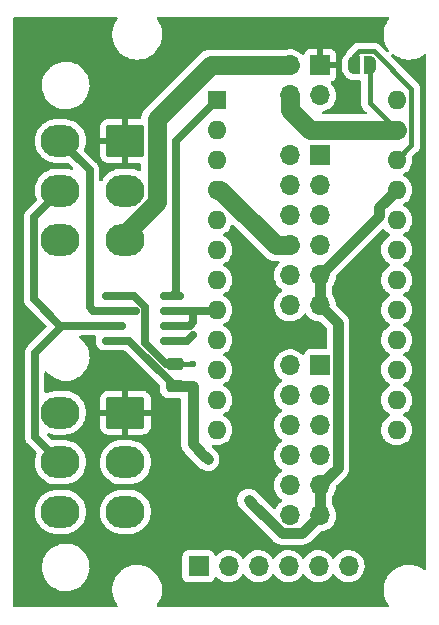
<source format=gbr>
%TF.GenerationSoftware,KiCad,Pcbnew,(6.0.9)*%
%TF.CreationDate,2023-01-07T01:17:11-09:00*%
%TF.ProjectId,ABSIS_ALE,41425349-535f-4414-9c45-2e6b69636164,1*%
%TF.SameCoordinates,Original*%
%TF.FileFunction,Copper,L1,Top*%
%TF.FilePolarity,Positive*%
%FSLAX46Y46*%
G04 Gerber Fmt 4.6, Leading zero omitted, Abs format (unit mm)*
G04 Created by KiCad (PCBNEW (6.0.9)) date 2023-01-07 01:17:11*
%MOMM*%
%LPD*%
G01*
G04 APERTURE LIST*
G04 Aperture macros list*
%AMRoundRect*
0 Rectangle with rounded corners*
0 $1 Rounding radius*
0 $2 $3 $4 $5 $6 $7 $8 $9 X,Y pos of 4 corners*
0 Add a 4 corners polygon primitive as box body*
4,1,4,$2,$3,$4,$5,$6,$7,$8,$9,$2,$3,0*
0 Add four circle primitives for the rounded corners*
1,1,$1+$1,$2,$3*
1,1,$1+$1,$4,$5*
1,1,$1+$1,$6,$7*
1,1,$1+$1,$8,$9*
0 Add four rect primitives between the rounded corners*
20,1,$1+$1,$2,$3,$4,$5,0*
20,1,$1+$1,$4,$5,$6,$7,0*
20,1,$1+$1,$6,$7,$8,$9,0*
20,1,$1+$1,$8,$9,$2,$3,0*%
%AMFreePoly0*
4,1,20,0.000000,0.744959,0.073905,0.744508,0.209726,0.703889,0.328688,0.626782,0.421226,0.519385,0.479903,0.390333,0.500000,0.250000,0.500000,-0.250000,0.499851,-0.262216,0.476331,-0.402017,0.414519,-0.529596,0.319384,-0.634700,0.198574,-0.708877,0.061801,-0.746166,0.000000,-0.745033,0.000000,-0.750000,-0.500000,-0.750000,-0.500000,0.750000,0.000000,0.750000,0.000000,0.744959,
0.000000,0.744959,$1*%
%AMFreePoly1*
4,1,22,0.500000,-0.750000,0.000000,-0.750000,0.000000,-0.745033,-0.079941,-0.743568,-0.215256,-0.701293,-0.333266,-0.622738,-0.424486,-0.514219,-0.481581,-0.384460,-0.499164,-0.250000,-0.500000,-0.250000,-0.500000,0.250000,-0.499164,0.250000,-0.499963,0.256109,-0.478152,0.396186,-0.417904,0.524511,-0.324060,0.630769,-0.204165,0.706417,-0.067858,0.745374,0.000000,0.744959,0.000000,0.750000,
0.500000,0.750000,0.500000,-0.750000,0.500000,-0.750000,$1*%
G04 Aperture macros list end*
%TA.AperFunction,SMDPad,CuDef*%
%ADD10FreePoly0,180.000000*%
%TD*%
%TA.AperFunction,SMDPad,CuDef*%
%ADD11FreePoly1,180.000000*%
%TD*%
%TA.AperFunction,ComponentPad*%
%ADD12O,1.600000X1.600000*%
%TD*%
%TA.AperFunction,ComponentPad*%
%ADD13R,1.600000X1.600000*%
%TD*%
%TA.AperFunction,SMDPad,CuDef*%
%ADD14RoundRect,0.150000X0.825000X0.150000X-0.825000X0.150000X-0.825000X-0.150000X0.825000X-0.150000X0*%
%TD*%
%TA.AperFunction,ComponentPad*%
%ADD15R,1.700000X1.700000*%
%TD*%
%TA.AperFunction,ComponentPad*%
%ADD16O,1.700000X1.700000*%
%TD*%
%TA.AperFunction,ComponentPad*%
%ADD17O,3.300000X2.700000*%
%TD*%
%TA.AperFunction,ComponentPad*%
%ADD18RoundRect,0.250001X-1.399999X1.099999X-1.399999X-1.099999X1.399999X-1.099999X1.399999X1.099999X0*%
%TD*%
%TA.AperFunction,SMDPad,CuDef*%
%ADD19RoundRect,0.250000X0.475000X-0.250000X0.475000X0.250000X-0.475000X0.250000X-0.475000X-0.250000X0*%
%TD*%
%TA.AperFunction,ViaPad*%
%ADD20C,0.600000*%
%TD*%
%TA.AperFunction,Conductor*%
%ADD21C,0.457200*%
%TD*%
%TA.AperFunction,Conductor*%
%ADD22C,0.635000*%
%TD*%
%TA.AperFunction,Conductor*%
%ADD23C,0.914400*%
%TD*%
%TA.AperFunction,Conductor*%
%ADD24C,1.625600*%
%TD*%
G04 APERTURE END LIST*
D10*
%TO.P,RST1,2*%
%TO.N,/RST*%
X29378900Y46407800D03*
D11*
%TO.P,RST1,1*%
%TO.N,GND*%
X30678900Y46407800D03*
%TD*%
D12*
%TO.P,XU1,24*%
%TO.N,/+12V_SUPPLY*%
X32977600Y43486800D03*
%TO.P,XU1,12*%
%TO.N,/~{D9_A9}*%
X17737600Y15546800D03*
%TO.P,XU1,23*%
%TO.N,GND*%
X32977600Y40946800D03*
%TO.P,XU1,11*%
%TO.N,/D8_A8*%
X17737600Y18086800D03*
%TO.P,XU1,22*%
%TO.N,/RST*%
X32977600Y38406800D03*
%TO.P,XU1,10*%
%TO.N,/D7*%
X17737600Y20626800D03*
%TO.P,XU1,21*%
%TO.N,+5V*%
X32977600Y35866800D03*
%TO.P,XU1,9*%
%TO.N,/~{D6_A7}*%
X17737600Y23166800D03*
%TO.P,XU1,20*%
%TO.N,/A3*%
X32977600Y33326800D03*
%TO.P,XU1,8*%
%TO.N,/~{D5}*%
X17737600Y25706800D03*
%TO.P,XU1,19*%
%TO.N,/A2*%
X32977600Y30786800D03*
%TO.P,XU1,7*%
%TO.N,/D4_A6*%
X17737600Y28246800D03*
%TO.P,XU1,18*%
%TO.N,/A1*%
X32977600Y28246800D03*
%TO.P,XU1,6*%
%TO.N,/~{SCL_D3}*%
X17737600Y30786800D03*
%TO.P,XU1,17*%
%TO.N,/A0*%
X32977600Y25706800D03*
%TO.P,XU1,5*%
%TO.N,/SDA_D2*%
X17737600Y33326800D03*
%TO.P,XU1,16*%
%TO.N,/D15_SCK*%
X32977600Y23166800D03*
%TO.P,XU1,4*%
%TO.N,GND*%
X17737600Y35866800D03*
%TO.P,XU1,15*%
%TO.N,/D14_MISO*%
X32977600Y20626800D03*
%TO.P,XU1,3*%
%TO.N,GND*%
X17737600Y38406800D03*
%TO.P,XU1,14*%
%TO.N,/D16_MOSI*%
X32977600Y18086800D03*
%TO.P,XU1,2*%
%TO.N,/RX1_D0*%
X17737600Y40946800D03*
%TO.P,XU1,13*%
%TO.N,/~{D10_A10}*%
X32977600Y15546800D03*
D13*
%TO.P,XU1,1*%
%TO.N,/TX0_D1*%
X17737600Y43486800D03*
%TD*%
D14*
%TO.P,U1,8*%
%TO.N,+5V*%
X9025000Y23095000D03*
%TO.P,U1,7*%
%TO.N,/BUS-B*%
X9025000Y24365000D03*
%TO.P,U1,6*%
%TO.N,/BUS-A*%
X9025000Y25635000D03*
%TO.P,U1,5*%
%TO.N,GND*%
X9025000Y26905000D03*
%TO.P,U1,4*%
%TO.N,/TX0_D1*%
X13975000Y26905000D03*
%TO.P,U1,3*%
%TO.N,/~{D5}*%
X13975000Y25635000D03*
%TO.P,U1,2*%
X13975000Y24365000D03*
%TO.P,U1,1*%
%TO.N,/RX1_D0*%
X13975000Y23095000D03*
%TD*%
D15*
%TO.P,J6,1*%
%TO.N,/+12V_SUPPLY*%
X26500000Y46400000D03*
D16*
%TO.P,J6,2*%
%TO.N,/+3.3V_SUPPLY*%
X23960000Y46400000D03*
%TO.P,J6,3*%
%TO.N,/+5V_SUPPLY*%
X26500000Y43860000D03*
%TO.P,J6,4*%
%TO.N,GND*%
X23960000Y43860000D03*
%TD*%
D17*
%TO.P,J2,6*%
%TO.N,GND*%
X4500000Y8600000D03*
%TO.P,J2,5*%
%TO.N,/BUS-B*%
X4500000Y12800000D03*
%TO.P,J2,4*%
%TO.N,/BUS-A*%
X4500000Y17000000D03*
%TO.P,J2,3*%
%TO.N,/+3.3V_SUPPLY*%
X10000000Y8600000D03*
%TO.P,J2,2*%
%TO.N,/+5V_SUPPLY*%
X10000000Y12800000D03*
D18*
%TO.P,J2,1*%
%TO.N,/+12V_SUPPLY*%
X10000000Y17000000D03*
%TD*%
D17*
%TO.P,J1,6*%
%TO.N,GND*%
X4500000Y31600000D03*
%TO.P,J1,5*%
%TO.N,/BUS-B*%
X4500000Y35800000D03*
%TO.P,J1,4*%
%TO.N,/BUS-A*%
X4500000Y40000000D03*
%TO.P,J1,3*%
%TO.N,/+3.3V_SUPPLY*%
X10000000Y31600000D03*
%TO.P,J1,2*%
%TO.N,/+5V_SUPPLY*%
X10000000Y35800000D03*
D18*
%TO.P,J1,1*%
%TO.N,/+12V_SUPPLY*%
X10000000Y40000000D03*
%TD*%
D19*
%TO.P,C1,2*%
%TO.N,GND*%
X14168900Y21134800D03*
%TO.P,C1,1*%
%TO.N,+5V*%
X14168900Y19234800D03*
%TD*%
D16*
%TO.P,J5,6*%
%TO.N,GND*%
X28900000Y4000000D03*
%TO.P,J5,5*%
X26360000Y4000000D03*
%TO.P,J5,4*%
X23820000Y4000000D03*
%TO.P,J5,3*%
X21280000Y4000000D03*
%TO.P,J5,2*%
X18740000Y4000000D03*
D15*
%TO.P,J5,1*%
X16200000Y4000000D03*
%TD*%
D16*
%TO.P,J4,12*%
%TO.N,GND*%
X23960000Y8300000D03*
%TO.P,J4,11*%
%TO.N,+5V*%
X26500000Y8300000D03*
%TO.P,J4,10*%
%TO.N,GND*%
X23960000Y10840000D03*
%TO.P,J4,9*%
%TO.N,+5V*%
X26500000Y10840000D03*
%TO.P,J4,8*%
%TO.N,/~{D9_A9}*%
X23960000Y13380000D03*
%TO.P,J4,7*%
%TO.N,/~{D10_A10}*%
X26500000Y13380000D03*
%TO.P,J4,6*%
%TO.N,/D8_A8*%
X23960000Y15920000D03*
%TO.P,J4,5*%
%TO.N,/D16_MOSI*%
X26500000Y15920000D03*
%TO.P,J4,4*%
%TO.N,/D7*%
X23960000Y18460000D03*
%TO.P,J4,3*%
%TO.N,/D14_MISO*%
X26500000Y18460000D03*
%TO.P,J4,2*%
%TO.N,/~{D6_A7}*%
X23960000Y21000000D03*
D15*
%TO.P,J4,1*%
%TO.N,/D15_SCK*%
X26500000Y21000000D03*
%TD*%
D16*
%TO.P,J3,12*%
%TO.N,GND*%
X23960000Y26080000D03*
%TO.P,J3,11*%
%TO.N,+5V*%
X26500000Y26080000D03*
%TO.P,J3,10*%
%TO.N,GND*%
X23960000Y28620000D03*
%TO.P,J3,9*%
%TO.N,+5V*%
X26500000Y28620000D03*
%TO.P,J3,8*%
%TO.N,GND*%
X23960000Y31160000D03*
%TO.P,J3,7*%
%TO.N,/A0*%
X26500000Y31160000D03*
%TO.P,J3,6*%
%TO.N,/D4_A6*%
X23960000Y33700000D03*
%TO.P,J3,5*%
%TO.N,/A1*%
X26500000Y33700000D03*
%TO.P,J3,4*%
%TO.N,/~{SCL_D3}*%
X23960000Y36240000D03*
%TO.P,J3,3*%
%TO.N,/A2*%
X26500000Y36240000D03*
%TO.P,J3,2*%
%TO.N,/SDA_D2*%
X23960000Y38780000D03*
D15*
%TO.P,J3,1*%
%TO.N,/A3*%
X26500000Y38780000D03*
%TD*%
D20*
%TO.N,GND*%
X15692900Y21134800D03*
%TO.N,+5V*%
X16992721Y13036621D03*
X21158321Y8871021D03*
X22072721Y7956621D03*
X16497421Y13531921D03*
X15976721Y14052621D03*
X20442700Y9577800D03*
%TO.N,/BUS-A*%
X10866900Y25579800D03*
%TO.N,/RX1_D0*%
X15692900Y23547800D03*
%TD*%
D21*
%TO.N,GND*%
X14168900Y21134800D02*
X15692900Y21134800D01*
D22*
X13449782Y21134800D02*
X11701909Y22882673D01*
X14168900Y21134800D02*
X13449782Y21134800D01*
X11701909Y22882673D02*
X11701909Y25925673D01*
X11701909Y25925673D02*
X10722582Y26905000D01*
X10722582Y26905000D02*
X9025000Y26905000D01*
D23*
X15918310Y4281690D02*
X16200000Y4000000D01*
D24*
X18051119Y35866800D02*
X17737600Y35866800D01*
X22757919Y31160000D02*
X18051119Y35866800D01*
X23960000Y31160000D02*
X22757919Y31160000D01*
X25671119Y40946800D02*
X32977600Y40946800D01*
X23960000Y42657919D02*
X25671119Y40946800D01*
X23960000Y43860000D02*
X23960000Y42657919D01*
D21*
X30678900Y46407800D02*
X30678900Y43245500D01*
X30678900Y43245500D02*
X32977600Y40946800D01*
%TO.N,+5V*%
X15687900Y19234800D02*
X15692900Y19229800D01*
D22*
X10308700Y23095000D02*
X14168900Y19234800D01*
X9025000Y23095000D02*
X10308700Y23095000D01*
D23*
X31520399Y33640399D02*
X26500000Y28620000D01*
X31520399Y34409599D02*
X31520399Y33640399D01*
X32977600Y35866800D02*
X31520399Y34409599D01*
X26500000Y28620000D02*
X26500000Y26080000D01*
X26500000Y8300000D02*
X26500000Y10840000D01*
X23236543Y6792799D02*
X22072721Y7956621D01*
X15692900Y14336442D02*
X15692900Y19229800D01*
X24992799Y6792799D02*
X23236543Y6792799D01*
X26500000Y8300000D02*
X24992799Y6792799D01*
X14173900Y19229800D02*
X14168900Y19234800D01*
X15692900Y19229800D02*
X14173900Y19229800D01*
X28007201Y24572799D02*
X26500000Y26080000D01*
X28007201Y12347201D02*
X28007201Y24572799D01*
X26500000Y10840000D02*
X28007201Y12347201D01*
X16992721Y13036621D02*
X16497421Y13531921D01*
X16497421Y13531921D02*
X15976721Y14052621D01*
X15976721Y14052621D02*
X15692900Y14336442D01*
X20849100Y9180242D02*
X20451542Y9577800D01*
X22072721Y7956621D02*
X20849100Y9180242D01*
X20451542Y9577800D02*
X20442700Y9577800D01*
X21158321Y8871021D02*
X20849100Y9180242D01*
D24*
%TO.N,/+3.3V_SUPPLY*%
X17227758Y46400000D02*
X23960000Y46400000D01*
X12662810Y41835052D02*
X17227758Y46400000D01*
X10000000Y32158483D02*
X12662810Y34821293D01*
X10000000Y31600000D02*
X10000000Y32158483D01*
X12662810Y34821293D02*
X12662810Y41835052D01*
D22*
%TO.N,/BUS-A*%
X6977501Y25931599D02*
X6977501Y37522499D01*
X9025000Y25635000D02*
X7274100Y25635000D01*
X7274100Y25635000D02*
X6977501Y25931599D01*
X6977501Y37522499D02*
X4500000Y40000000D01*
X10811700Y25635000D02*
X10866900Y25579800D01*
X9025000Y25635000D02*
X10811700Y25635000D01*
%TO.N,/BUS-B*%
X9025000Y24365000D02*
X4509098Y24365000D01*
X4509098Y24365000D02*
X2230900Y26643198D01*
X2230900Y33530900D02*
X4500000Y35800000D01*
X2230900Y26643198D02*
X2230900Y33530900D01*
X2332490Y14967510D02*
X4500000Y12800000D01*
X2332490Y22058392D02*
X2332490Y14967510D01*
X4639098Y24365000D02*
X2332490Y22058392D01*
X9025000Y24365000D02*
X4639098Y24365000D01*
%TO.N,/TX0_D1*%
X14275000Y27205000D02*
X14275000Y40024200D01*
X14275000Y40024200D02*
X17737600Y43486800D01*
X13975000Y26905000D02*
X14275000Y27205000D01*
%TO.N,/~{D5}*%
X17665800Y25635000D02*
X17737600Y25706800D01*
X13975000Y24365000D02*
X15494100Y24365000D01*
X15764700Y24635600D02*
X15764700Y25635000D01*
X15494100Y24365000D02*
X15764700Y24635600D01*
X15764700Y25635000D02*
X17665800Y25635000D01*
X13975000Y25635000D02*
X15764700Y25635000D01*
%TO.N,/RX1_D0*%
X15240100Y23095000D02*
X15692900Y23547800D01*
X13975000Y23095000D02*
X15240100Y23095000D01*
D21*
%TO.N,/RST*%
X29378900Y47155392D02*
X29809918Y47586410D01*
X29378900Y46407800D02*
X29378900Y47155392D01*
X31060140Y47586410D02*
X34219011Y44427539D01*
X29809918Y47586410D02*
X31060140Y47586410D01*
X34219011Y44427539D02*
X34219011Y39648211D01*
X34219011Y39648211D02*
X32977600Y38406800D01*
%TD*%
%TA.AperFunction,Conductor*%
%TO.N,/+12V_SUPPLY*%
G36*
X9298181Y50471498D02*
G01*
X9344674Y50417842D01*
X9354778Y50347568D01*
X9327564Y50285694D01*
X9280002Y50227586D01*
X9279997Y50227579D01*
X9277287Y50224268D01*
X9127073Y49979142D01*
X9011517Y49715898D01*
X8932756Y49439406D01*
X8892249Y49154784D01*
X8892227Y49150495D01*
X8892226Y49150488D01*
X8890765Y48871583D01*
X8890743Y48867297D01*
X8928268Y48582266D01*
X9004129Y48304964D01*
X9005813Y48301016D01*
X9108044Y48061341D01*
X9116923Y48040524D01*
X9264561Y47793839D01*
X9444313Y47569472D01*
X9535496Y47482943D01*
X9649160Y47375080D01*
X9652851Y47371577D01*
X9886317Y47203814D01*
X9890112Y47201805D01*
X9890113Y47201804D01*
X9911869Y47190285D01*
X10140392Y47069288D01*
X10410373Y46970489D01*
X10691264Y46909245D01*
X10719841Y46906996D01*
X10914282Y46891693D01*
X10914291Y46891693D01*
X10916739Y46891500D01*
X11072271Y46891500D01*
X11074407Y46891646D01*
X11074418Y46891646D01*
X11282548Y46905835D01*
X11282554Y46905836D01*
X11286825Y46906127D01*
X11291020Y46906996D01*
X11291022Y46906996D01*
X11427584Y46935277D01*
X11568342Y46964426D01*
X11839343Y47060393D01*
X12040590Y47164264D01*
X12091005Y47190285D01*
X12091006Y47190285D01*
X12094812Y47192250D01*
X12098313Y47194711D01*
X12098317Y47194713D01*
X12231544Y47288347D01*
X12330023Y47357559D01*
X12460866Y47479146D01*
X12537479Y47550339D01*
X12537481Y47550342D01*
X12540622Y47553260D01*
X12722713Y47775732D01*
X12872927Y48020858D01*
X12929803Y48150424D01*
X12986757Y48280170D01*
X12988483Y48284102D01*
X13000841Y48327483D01*
X13066068Y48556466D01*
X13067244Y48560594D01*
X13107751Y48845216D01*
X13107845Y48863049D01*
X13109235Y49128417D01*
X13109235Y49128424D01*
X13109257Y49132703D01*
X13071732Y49417734D01*
X12995871Y49695036D01*
X12883077Y49959476D01*
X12735439Y50206161D01*
X12732758Y50209508D01*
X12732752Y50209516D01*
X12670900Y50286720D01*
X12643918Y50352389D01*
X12656723Y50422221D01*
X12705250Y50474045D01*
X12769234Y50491500D01*
X32230060Y50491500D01*
X32298181Y50471498D01*
X32344674Y50417842D01*
X32354778Y50347568D01*
X32327564Y50285694D01*
X32280002Y50227586D01*
X32279997Y50227579D01*
X32277287Y50224268D01*
X32127073Y49979142D01*
X32011517Y49715898D01*
X31932756Y49439406D01*
X31892249Y49154784D01*
X31892227Y49150495D01*
X31892226Y49150488D01*
X31890765Y48871583D01*
X31890743Y48867297D01*
X31928268Y48582266D01*
X32004129Y48304964D01*
X32005813Y48301016D01*
X32108044Y48061341D01*
X32116923Y48040524D01*
X32264561Y47793839D01*
X32307787Y47739884D01*
X32321482Y47722790D01*
X32348464Y47657120D01*
X32335659Y47587288D01*
X32287132Y47535464D01*
X32218291Y47518103D01*
X32150992Y47540716D01*
X32134053Y47554914D01*
X31627626Y48061341D01*
X31615239Y48075754D01*
X31607233Y48086634D01*
X31607229Y48086638D01*
X31602891Y48092533D01*
X31563865Y48125688D01*
X31556349Y48132618D01*
X31550914Y48138053D01*
X31529292Y48155159D01*
X31525926Y48157919D01*
X31477478Y48199079D01*
X31471900Y48203818D01*
X31465378Y48207148D01*
X31460649Y48210302D01*
X31455845Y48213270D01*
X31450102Y48217813D01*
X31443473Y48220911D01*
X31443470Y48220913D01*
X31385871Y48247832D01*
X31381918Y48249765D01*
X31325342Y48278655D01*
X31325340Y48278656D01*
X31318822Y48281984D01*
X31311713Y48283724D01*
X31306399Y48285700D01*
X31301016Y48287491D01*
X31294389Y48290588D01*
X31287232Y48292077D01*
X31287228Y48292078D01*
X31224969Y48305028D01*
X31220682Y48305999D01*
X31184974Y48314736D01*
X31151867Y48322837D01*
X31146260Y48323185D01*
X31146259Y48323185D01*
X31141020Y48323510D01*
X31141022Y48323535D01*
X31136675Y48323796D01*
X31133277Y48324099D01*
X31126110Y48325590D01*
X31064575Y48323925D01*
X31050937Y48323556D01*
X31047529Y48323510D01*
X29875363Y48323510D01*
X29856413Y48324943D01*
X29843052Y48326976D01*
X29843048Y48326976D01*
X29835818Y48328076D01*
X29828526Y48327483D01*
X29828522Y48327483D01*
X29784781Y48323925D01*
X29774567Y48323510D01*
X29766877Y48323510D01*
X29763243Y48323086D01*
X29763237Y48323086D01*
X29750650Y48321618D01*
X29739507Y48320319D01*
X29735154Y48319889D01*
X29718302Y48318518D01*
X29671802Y48314736D01*
X29671799Y48314735D01*
X29664503Y48314142D01*
X29657541Y48311886D01*
X29651983Y48310776D01*
X29646466Y48309472D01*
X29639194Y48308624D01*
X29632310Y48306125D01*
X29632305Y48306124D01*
X29572556Y48284436D01*
X29568402Y48283010D01*
X29500989Y48261171D01*
X29494731Y48257373D01*
X29489571Y48255011D01*
X29484505Y48252474D01*
X29477628Y48249978D01*
X29433297Y48220913D01*
X29418369Y48211126D01*
X29414650Y48208779D01*
X29358840Y48174913D01*
X29358836Y48174910D01*
X29354047Y48172004D01*
X29349848Y48168295D01*
X29349843Y48168292D01*
X29345901Y48164810D01*
X29345885Y48164828D01*
X29342607Y48161923D01*
X29340009Y48159750D01*
X29333887Y48155737D01*
X29311986Y48132618D01*
X29282164Y48101137D01*
X29279786Y48098695D01*
X28903969Y47722878D01*
X28889556Y47710491D01*
X28878676Y47702485D01*
X28878672Y47702481D01*
X28872777Y47698143D01*
X28868034Y47692560D01*
X28839622Y47659117D01*
X28832692Y47651601D01*
X28827257Y47646166D01*
X28810151Y47624544D01*
X28807392Y47621179D01*
X28761492Y47567152D01*
X28758162Y47560630D01*
X28755008Y47555901D01*
X28752040Y47551097D01*
X28747497Y47545354D01*
X28744399Y47538725D01*
X28744397Y47538722D01*
X28717478Y47481123D01*
X28715545Y47477171D01*
X28683326Y47414074D01*
X28682797Y47411913D01*
X28659740Y47373951D01*
X28579246Y47285024D01*
X28576739Y47281308D01*
X28576738Y47281306D01*
X28516670Y47192250D01*
X28497793Y47164264D01*
X28435346Y47035372D01*
X28391062Y46896612D01*
X28367300Y46755374D01*
X28360218Y46676427D01*
X28360067Y46664085D01*
X28361874Y46636322D01*
X28364905Y46589764D01*
X28365171Y46581579D01*
X28365171Y46237281D01*
X28364667Y46226023D01*
X28360218Y46176427D01*
X28360067Y46164085D01*
X28365217Y46084971D01*
X28385521Y45943194D01*
X28386780Y45938889D01*
X28386781Y45938884D01*
X28418813Y45829347D01*
X28426403Y45803390D01*
X28485683Y45673011D01*
X28488095Y45669240D01*
X28488099Y45669232D01*
X28541053Y45586431D01*
X28564158Y45550303D01*
X28657648Y45441802D01*
X28767411Y45346050D01*
X28771172Y45343612D01*
X28771175Y45343610D01*
X28820027Y45311946D01*
X28887596Y45268150D01*
X29019824Y45207052D01*
X29086584Y45187087D01*
X29152744Y45167301D01*
X29152749Y45167300D01*
X29157042Y45166016D01*
X29161474Y45165354D01*
X29161477Y45165353D01*
X29296665Y45145150D01*
X29296668Y45145150D01*
X29301096Y45144488D01*
X29375755Y45144032D01*
X29439845Y45143640D01*
X29439850Y45143640D01*
X29444317Y45143613D01*
X29446761Y45143948D01*
X29450556Y45144071D01*
X29815800Y45144071D01*
X29883921Y45124069D01*
X29930414Y45070413D01*
X29941800Y45018071D01*
X29941800Y43310945D01*
X29940367Y43291995D01*
X29937234Y43271400D01*
X29937827Y43264108D01*
X29937827Y43264104D01*
X29941385Y43220363D01*
X29941800Y43210149D01*
X29941800Y43202459D01*
X29942224Y43198825D01*
X29942224Y43198819D01*
X29944989Y43175107D01*
X29945421Y43170736D01*
X29951168Y43100085D01*
X29953424Y43093123D01*
X29954534Y43087565D01*
X29955838Y43082048D01*
X29956686Y43074776D01*
X29959185Y43067892D01*
X29959186Y43067887D01*
X29980874Y43008138D01*
X29982300Y43003984D01*
X30004139Y42936571D01*
X30007935Y42930315D01*
X30010287Y42925177D01*
X30012834Y42920092D01*
X30015332Y42913210D01*
X30054207Y42853915D01*
X30056530Y42850233D01*
X30093307Y42789628D01*
X30097014Y42785431D01*
X30097015Y42785429D01*
X30100501Y42781482D01*
X30100482Y42781465D01*
X30103389Y42778188D01*
X30105556Y42775596D01*
X30109573Y42769469D01*
X30114889Y42764434D01*
X30114889Y42764433D01*
X30164173Y42717746D01*
X30166615Y42715368D01*
X30398788Y42483195D01*
X30432814Y42420883D01*
X30427749Y42350068D01*
X30385202Y42293232D01*
X30318682Y42268421D01*
X30309693Y42268100D01*
X26740466Y42268100D01*
X26672345Y42288102D01*
X26625852Y42341758D01*
X26615748Y42412032D01*
X26645242Y42476612D01*
X26704968Y42514996D01*
X26724456Y42519079D01*
X26778288Y42525975D01*
X26778289Y42525975D01*
X26783416Y42526632D01*
X26788366Y42528117D01*
X26992429Y42589339D01*
X26992434Y42589341D01*
X26997384Y42590826D01*
X27197994Y42689104D01*
X27379860Y42818827D01*
X27413247Y42852097D01*
X27498016Y42936571D01*
X27538096Y42976511D01*
X27668453Y43157923D01*
X27675864Y43172917D01*
X27765136Y43353547D01*
X27765137Y43353549D01*
X27767430Y43358189D01*
X27832370Y43571931D01*
X27861529Y43793410D01*
X27862115Y43817381D01*
X27863074Y43856635D01*
X27863074Y43856639D01*
X27863156Y43860000D01*
X27844852Y44082639D01*
X27790431Y44299298D01*
X27701354Y44504160D01*
X27617275Y44634127D01*
X27582822Y44687383D01*
X27582820Y44687386D01*
X27580014Y44691723D01*
X27576538Y44695543D01*
X27576533Y44695550D01*
X27432435Y44853912D01*
X27401383Y44917758D01*
X27409779Y44988256D01*
X27454956Y45043024D01*
X27481400Y45056693D01*
X27588052Y45096675D01*
X27603649Y45105214D01*
X27705724Y45181715D01*
X27718285Y45194276D01*
X27794786Y45296351D01*
X27803324Y45311946D01*
X27848478Y45432394D01*
X27852105Y45447649D01*
X27857631Y45498514D01*
X27858000Y45505328D01*
X27858000Y46127885D01*
X27853525Y46143124D01*
X27852135Y46144329D01*
X27844452Y46146000D01*
X26372000Y46146000D01*
X26303879Y46166002D01*
X26257386Y46219658D01*
X26246000Y46272000D01*
X26246000Y46672115D01*
X26754000Y46672115D01*
X26758475Y46656876D01*
X26759865Y46655671D01*
X26767548Y46654000D01*
X27839884Y46654000D01*
X27855123Y46658475D01*
X27856328Y46659865D01*
X27857999Y46667548D01*
X27857999Y47294669D01*
X27857629Y47301490D01*
X27852105Y47352352D01*
X27848479Y47367604D01*
X27803324Y47488054D01*
X27794786Y47503649D01*
X27718285Y47605724D01*
X27705724Y47618285D01*
X27603649Y47694786D01*
X27588054Y47703324D01*
X27467606Y47748478D01*
X27452351Y47752105D01*
X27401486Y47757631D01*
X27394672Y47758000D01*
X26772115Y47758000D01*
X26756876Y47753525D01*
X26755671Y47752135D01*
X26754000Y47744452D01*
X26754000Y46672115D01*
X26246000Y46672115D01*
X26246000Y47739884D01*
X26241525Y47755123D01*
X26240135Y47756328D01*
X26232452Y47757999D01*
X25605331Y47757999D01*
X25598510Y47757629D01*
X25547648Y47752105D01*
X25532396Y47748479D01*
X25411946Y47703324D01*
X25396351Y47694786D01*
X25294276Y47618285D01*
X25281715Y47605724D01*
X25205214Y47503649D01*
X25196676Y47488054D01*
X25155297Y47377678D01*
X25112655Y47320913D01*
X25046093Y47296214D01*
X24976744Y47311422D01*
X24944121Y47337109D01*
X24893151Y47393124D01*
X24893148Y47393127D01*
X24889670Y47396949D01*
X24885619Y47400148D01*
X24885615Y47400152D01*
X24718414Y47532200D01*
X24718410Y47532202D01*
X24714359Y47535402D01*
X24677836Y47555564D01*
X24646029Y47573122D01*
X24518789Y47643362D01*
X24513920Y47645086D01*
X24513916Y47645088D01*
X24313087Y47716205D01*
X24313083Y47716206D01*
X24308212Y47717931D01*
X24303119Y47718838D01*
X24303116Y47718839D01*
X24093373Y47756200D01*
X24093367Y47756201D01*
X24088284Y47757106D01*
X24014452Y47758008D01*
X23870081Y47759772D01*
X23870079Y47759772D01*
X23864911Y47759835D01*
X23734530Y47739884D01*
X23649200Y47726827D01*
X23649197Y47726826D01*
X23644091Y47726045D01*
X23639883Y47724669D01*
X23611200Y47721300D01*
X17170070Y47721300D01*
X17170063Y47721299D01*
X17112159Y47721299D01*
X17106738Y47720343D01*
X17106737Y47720343D01*
X17060559Y47712201D01*
X17049662Y47710767D01*
X17002931Y47706678D01*
X17002924Y47706677D01*
X16997440Y47706197D01*
X16946808Y47692630D01*
X16936083Y47690252D01*
X16915392Y47686603D01*
X16884474Y47681152D01*
X16835226Y47663227D01*
X16824757Y47659926D01*
X16779433Y47647782D01*
X16779426Y47647780D01*
X16774121Y47646358D01*
X16727613Y47624671D01*
X16726624Y47624210D01*
X16716470Y47620004D01*
X16672391Y47603961D01*
X16672386Y47603959D01*
X16667219Y47602078D01*
X16662453Y47599326D01*
X16662450Y47599325D01*
X16621830Y47575873D01*
X16612079Y47570797D01*
X16569576Y47550978D01*
X16569570Y47550975D01*
X16564585Y47548650D01*
X16560078Y47545494D01*
X16560076Y47545493D01*
X16521662Y47518595D01*
X16512391Y47512689D01*
X16471766Y47489234D01*
X16466996Y47486480D01*
X16462784Y47482946D01*
X16462780Y47482943D01*
X16426842Y47452787D01*
X16418122Y47446096D01*
X16381703Y47420595D01*
X16375199Y47416041D01*
X16334255Y47375097D01*
X16334249Y47375092D01*
X11687718Y42728561D01*
X11687713Y42728555D01*
X11646769Y42687611D01*
X11643612Y42683102D01*
X11643610Y42683100D01*
X11616706Y42644677D01*
X11610016Y42635959D01*
X11576330Y42595813D01*
X11550119Y42550415D01*
X11544225Y42541163D01*
X11514160Y42498225D01*
X11511835Y42493240D01*
X11511832Y42493234D01*
X11492009Y42450722D01*
X11486936Y42440978D01*
X11460732Y42395590D01*
X11458855Y42390432D01*
X11458851Y42390424D01*
X11442806Y42346338D01*
X11438600Y42336185D01*
X11416452Y42288689D01*
X11403827Y42241571D01*
X11402886Y42238059D01*
X11399584Y42227586D01*
X11381658Y42178336D01*
X11380703Y42172923D01*
X11380703Y42172921D01*
X11372558Y42126730D01*
X11370179Y42116000D01*
X11365190Y42097381D01*
X11356613Y42065370D01*
X11352046Y42013161D01*
X11350610Y42002258D01*
X11343531Y41962117D01*
X11312002Y41898505D01*
X11251088Y41862038D01*
X11219446Y41858000D01*
X10272115Y41858000D01*
X10256876Y41853525D01*
X10255671Y41852135D01*
X10254000Y41844452D01*
X10254000Y38160115D01*
X10258475Y38144876D01*
X10259865Y38143671D01*
X10267548Y38142000D01*
X11215510Y38142000D01*
X11283631Y38121998D01*
X11330124Y38068342D01*
X11341510Y38016000D01*
X11341510Y37561153D01*
X11321508Y37493032D01*
X11267852Y37446539D01*
X11197578Y37436435D01*
X11159388Y37448342D01*
X11088995Y37483362D01*
X11007106Y37524101D01*
X11002772Y37525522D01*
X11002769Y37525523D01*
X10755147Y37606698D01*
X10755141Y37606699D01*
X10750814Y37608118D01*
X10746322Y37608898D01*
X10488860Y37653601D01*
X10488852Y37653602D01*
X10485079Y37654257D01*
X10473817Y37654818D01*
X10401422Y37658422D01*
X10401414Y37658422D01*
X10399851Y37658500D01*
X9631488Y37658500D01*
X9629220Y37658335D01*
X9629208Y37658335D01*
X9498116Y37648823D01*
X9430996Y37643953D01*
X9426541Y37642969D01*
X9426538Y37642969D01*
X9172088Y37586791D01*
X9172084Y37586790D01*
X9167628Y37585806D01*
X9101557Y37560774D01*
X8919682Y37491868D01*
X8919679Y37491867D01*
X8915412Y37490250D01*
X8679632Y37359286D01*
X8465227Y37195657D01*
X8462034Y37192391D01*
X8462032Y37192389D01*
X8399231Y37128147D01*
X8276688Y37002792D01*
X8117966Y36784730D01*
X8076854Y36706589D01*
X8041010Y36638460D01*
X7991590Y36587487D01*
X7922458Y36571324D01*
X7855562Y36595103D01*
X7812141Y36651273D01*
X7803501Y36697127D01*
X7803501Y37482464D01*
X7803943Y37493007D01*
X7807553Y37536000D01*
X7808124Y37542798D01*
X7807075Y37550662D01*
X7797796Y37620211D01*
X7797426Y37623265D01*
X7789727Y37694135D01*
X7789726Y37694138D01*
X7788990Y37700916D01*
X7786816Y37707377D01*
X7786295Y37709746D01*
X7786198Y37710295D01*
X7786026Y37711036D01*
X7785869Y37711576D01*
X7785291Y37713928D01*
X7784389Y37720689D01*
X7757679Y37794074D01*
X7756662Y37796977D01*
X7754716Y37802760D01*
X7731747Y37871010D01*
X7728232Y37876860D01*
X7727219Y37879052D01*
X7727007Y37879567D01*
X7726674Y37880265D01*
X7726401Y37880766D01*
X7725341Y37882920D01*
X7723007Y37889333D01*
X7681124Y37955330D01*
X7679599Y37957799D01*
X7639315Y38024843D01*
X7634623Y38029805D01*
X7633164Y38031727D01*
X7632525Y38032648D01*
X7629616Y38036494D01*
X7626844Y38040862D01*
X7623178Y38044962D01*
X7571273Y38096867D01*
X7568820Y38099389D01*
X7520699Y38150276D01*
X7520695Y38150279D01*
X7516005Y38155239D01*
X7510358Y38159077D01*
X7505506Y38163206D01*
X7498076Y38170064D01*
X6815236Y38852904D01*
X7842000Y38852904D01*
X7842337Y38846389D01*
X7852256Y38750797D01*
X7855150Y38737398D01*
X7906588Y38583217D01*
X7912762Y38570038D01*
X7998063Y38432193D01*
X8007099Y38420792D01*
X8121830Y38306261D01*
X8133241Y38297249D01*
X8271245Y38212182D01*
X8284423Y38206038D01*
X8438716Y38154861D01*
X8452081Y38151995D01*
X8546439Y38142328D01*
X8552855Y38142000D01*
X9727885Y38142000D01*
X9743124Y38146475D01*
X9744329Y38147865D01*
X9746000Y38155548D01*
X9746000Y39727885D01*
X9741525Y39743124D01*
X9740135Y39744329D01*
X9732452Y39746000D01*
X7860115Y39746000D01*
X7844876Y39741525D01*
X7843671Y39740135D01*
X7842000Y39732452D01*
X7842000Y38852904D01*
X6815236Y38852904D01*
X6539391Y39128749D01*
X6505365Y39191061D01*
X6509677Y39259800D01*
X6595902Y39503967D01*
X6595902Y39503968D01*
X6597425Y39508280D01*
X6630903Y39678134D01*
X6648700Y39768428D01*
X6648701Y39768434D01*
X6649581Y39772900D01*
X6650482Y39790995D01*
X6662764Y40037708D01*
X6662764Y40037714D01*
X6662991Y40042277D01*
X6641063Y40272115D01*
X7842000Y40272115D01*
X7846475Y40256876D01*
X7847865Y40255671D01*
X7855548Y40254000D01*
X9727885Y40254000D01*
X9743124Y40258475D01*
X9744329Y40259865D01*
X9746000Y40267548D01*
X9746000Y41839885D01*
X9741525Y41855124D01*
X9740135Y41856329D01*
X9732452Y41858000D01*
X8552904Y41858000D01*
X8546389Y41857663D01*
X8450797Y41847744D01*
X8437398Y41844850D01*
X8283217Y41793412D01*
X8270038Y41787238D01*
X8132193Y41701937D01*
X8120792Y41692901D01*
X8006261Y41578170D01*
X7997249Y41566759D01*
X7912182Y41428755D01*
X7906038Y41415577D01*
X7854861Y41261284D01*
X7851995Y41247919D01*
X7842328Y41153561D01*
X7842000Y41147144D01*
X7842000Y40272115D01*
X6641063Y40272115D01*
X6637375Y40310769D01*
X6592042Y40496033D01*
X6574355Y40568312D01*
X6573269Y40572750D01*
X6472015Y40822733D01*
X6335735Y41055482D01*
X6215650Y41205640D01*
X6170136Y41262553D01*
X6170135Y41262555D01*
X6167284Y41266119D01*
X5970191Y41450234D01*
X5748584Y41603968D01*
X5744501Y41605999D01*
X5744498Y41606001D01*
X5579606Y41688033D01*
X5507106Y41724101D01*
X5502772Y41725522D01*
X5502769Y41725523D01*
X5255147Y41806698D01*
X5255141Y41806699D01*
X5250814Y41808118D01*
X5240718Y41809871D01*
X4988860Y41853601D01*
X4988852Y41853602D01*
X4985079Y41854257D01*
X4967664Y41855124D01*
X4901422Y41858422D01*
X4901414Y41858422D01*
X4899851Y41858500D01*
X4131488Y41858500D01*
X4129220Y41858335D01*
X4129208Y41858335D01*
X3998116Y41848823D01*
X3930996Y41843953D01*
X3926541Y41842969D01*
X3926538Y41842969D01*
X3672088Y41786791D01*
X3672084Y41786790D01*
X3667628Y41785806D01*
X3541520Y41738028D01*
X3419682Y41691868D01*
X3419679Y41691867D01*
X3415412Y41690250D01*
X3179632Y41559286D01*
X2965227Y41395657D01*
X2962034Y41392391D01*
X2962032Y41392389D01*
X2875315Y41303682D01*
X2776688Y41202792D01*
X2617966Y40984730D01*
X2615844Y40980696D01*
X2494510Y40750079D01*
X2494507Y40750073D01*
X2492385Y40746039D01*
X2490865Y40741734D01*
X2490863Y40741730D01*
X2406511Y40502867D01*
X2402575Y40491720D01*
X2401692Y40487238D01*
X2356288Y40256876D01*
X2350419Y40227100D01*
X2350192Y40222547D01*
X2350192Y40222544D01*
X2340277Y40023362D01*
X2337009Y39957723D01*
X2362625Y39689231D01*
X2363710Y39684797D01*
X2363711Y39684791D01*
X2419305Y39457599D01*
X2426731Y39427250D01*
X2527985Y39177267D01*
X2664265Y38944518D01*
X2832716Y38733881D01*
X3029809Y38549766D01*
X3251416Y38396032D01*
X3255499Y38394001D01*
X3255502Y38393999D01*
X3308617Y38367575D01*
X3492894Y38275899D01*
X3497228Y38274478D01*
X3497231Y38274477D01*
X3744853Y38193302D01*
X3744859Y38193301D01*
X3749186Y38191882D01*
X3753677Y38191102D01*
X3753678Y38191102D01*
X4011140Y38146399D01*
X4011148Y38146398D01*
X4014921Y38145743D01*
X4018758Y38145552D01*
X4098578Y38141578D01*
X4098586Y38141578D01*
X4100149Y38141500D01*
X4868512Y38141500D01*
X4870780Y38141665D01*
X4870792Y38141665D01*
X5064456Y38155717D01*
X5069004Y38156047D01*
X5073458Y38157030D01*
X5073462Y38157031D01*
X5089066Y38160476D01*
X5159897Y38155630D01*
X5205325Y38126534D01*
X5581122Y37750737D01*
X5615148Y37688425D01*
X5610083Y37617610D01*
X5567536Y37560774D01*
X5501016Y37535963D01*
X5452777Y37541911D01*
X5255147Y37606698D01*
X5255141Y37606699D01*
X5250814Y37608118D01*
X5246322Y37608898D01*
X4988860Y37653601D01*
X4988852Y37653602D01*
X4985079Y37654257D01*
X4973817Y37654818D01*
X4901422Y37658422D01*
X4901414Y37658422D01*
X4899851Y37658500D01*
X4131488Y37658500D01*
X4129220Y37658335D01*
X4129208Y37658335D01*
X3998116Y37648823D01*
X3930996Y37643953D01*
X3926541Y37642969D01*
X3926538Y37642969D01*
X3672088Y37586791D01*
X3672084Y37586790D01*
X3667628Y37585806D01*
X3601557Y37560774D01*
X3419682Y37491868D01*
X3419679Y37491867D01*
X3415412Y37490250D01*
X3179632Y37359286D01*
X2965227Y37195657D01*
X2962034Y37192391D01*
X2962032Y37192389D01*
X2899231Y37128147D01*
X2776688Y37002792D01*
X2617966Y36784730D01*
X2576854Y36706589D01*
X2494510Y36550079D01*
X2494507Y36550073D01*
X2492385Y36546039D01*
X2490865Y36541734D01*
X2490863Y36541730D01*
X2409289Y36310733D01*
X2402575Y36291720D01*
X2393042Y36243354D01*
X2354989Y36050285D01*
X2350419Y36027100D01*
X2350192Y36022547D01*
X2350192Y36022544D01*
X2340725Y35832361D01*
X2337009Y35757723D01*
X2362625Y35489231D01*
X2363710Y35484797D01*
X2363711Y35484791D01*
X2382458Y35408178D01*
X2426731Y35227250D01*
X2428443Y35223023D01*
X2428446Y35223014D01*
X2491210Y35068058D01*
X2498244Y34997411D01*
X2463521Y34931661D01*
X1675145Y34143285D01*
X1667378Y34136142D01*
X1629207Y34103885D01*
X1625064Y34098466D01*
X1625063Y34098465D01*
X1581769Y34041838D01*
X1579871Y34039418D01*
X1530931Y33978550D01*
X1527898Y33972440D01*
X1526596Y33970404D01*
X1526277Y33969948D01*
X1525867Y33969290D01*
X1525598Y33968800D01*
X1524347Y33966734D01*
X1520203Y33961314D01*
X1504509Y33927658D01*
X1487205Y33890549D01*
X1485871Y33887778D01*
X1451133Y33817798D01*
X1449481Y33811173D01*
X1448647Y33808906D01*
X1448428Y33808381D01*
X1448179Y33807677D01*
X1448017Y33807127D01*
X1447239Y33804843D01*
X1444357Y33798661D01*
X1442869Y33792003D01*
X1442866Y33791995D01*
X1427319Y33722442D01*
X1426611Y33719446D01*
X1422599Y33703354D01*
X1407716Y33643662D01*
X1407525Y33636841D01*
X1407197Y33634444D01*
X1406996Y33633330D01*
X1406334Y33628556D01*
X1405207Y33623516D01*
X1404900Y33618025D01*
X1404900Y33544611D01*
X1404851Y33541093D01*
X1402705Y33464265D01*
X1403984Y33457558D01*
X1404494Y33451223D01*
X1404900Y33441116D01*
X1404900Y26683231D01*
X1404458Y26672687D01*
X1400277Y26622898D01*
X1410461Y26546584D01*
X1410606Y26545494D01*
X1410973Y26542455D01*
X1412973Y26524046D01*
X1416520Y26491399D01*
X1419411Y26464781D01*
X1421587Y26458315D01*
X1422104Y26455965D01*
X1422201Y26455415D01*
X1422380Y26454648D01*
X1422535Y26454113D01*
X1423111Y26451766D01*
X1424013Y26445008D01*
X1450710Y26371658D01*
X1451726Y26368755D01*
X1474475Y26301159D01*
X1474478Y26301152D01*
X1476654Y26294687D01*
X1480169Y26288838D01*
X1481182Y26286645D01*
X1481394Y26286130D01*
X1481727Y26285432D01*
X1482000Y26284931D01*
X1483060Y26282777D01*
X1485394Y26276364D01*
X1527242Y26210423D01*
X1528856Y26207808D01*
X1569086Y26140854D01*
X1573767Y26135903D01*
X1575237Y26133967D01*
X1575885Y26133036D01*
X1578785Y26129202D01*
X1581557Y26124834D01*
X1585223Y26120734D01*
X1637146Y26068811D01*
X1639599Y26066289D01*
X1678723Y26024917D01*
X1692396Y26010458D01*
X1698037Y26006624D01*
X1702889Y26002495D01*
X1710319Y25995638D01*
X3316862Y24389095D01*
X3350888Y24326783D01*
X3345823Y24255968D01*
X3316862Y24210905D01*
X1776735Y22670777D01*
X1768968Y22663634D01*
X1730797Y22631377D01*
X1726654Y22625958D01*
X1726653Y22625957D01*
X1683359Y22569330D01*
X1681461Y22566910D01*
X1632521Y22506042D01*
X1629488Y22499932D01*
X1628186Y22497896D01*
X1627867Y22497440D01*
X1627457Y22496782D01*
X1627188Y22496292D01*
X1625937Y22494226D01*
X1621793Y22488806D01*
X1592579Y22426156D01*
X1588795Y22418041D01*
X1587461Y22415270D01*
X1552723Y22345290D01*
X1551071Y22338665D01*
X1550237Y22336398D01*
X1550018Y22335873D01*
X1549769Y22335169D01*
X1549607Y22334619D01*
X1548829Y22332335D01*
X1545947Y22326153D01*
X1544459Y22319495D01*
X1544456Y22319487D01*
X1528909Y22249934D01*
X1528201Y22246938D01*
X1510957Y22177777D01*
X1509306Y22171154D01*
X1509115Y22164333D01*
X1508787Y22161936D01*
X1508586Y22160822D01*
X1507924Y22156048D01*
X1506797Y22151008D01*
X1506490Y22145517D01*
X1506490Y22072103D01*
X1506441Y22068585D01*
X1504295Y21991757D01*
X1505574Y21985050D01*
X1506084Y21978715D01*
X1506490Y21968608D01*
X1506490Y15007543D01*
X1506048Y14996999D01*
X1501867Y14947210D01*
X1502769Y14940450D01*
X1512196Y14869806D01*
X1512563Y14866767D01*
X1521001Y14789093D01*
X1523177Y14782627D01*
X1523694Y14780277D01*
X1523791Y14779727D01*
X1523970Y14778960D01*
X1524125Y14778425D01*
X1524701Y14776078D01*
X1525603Y14769320D01*
X1549923Y14702500D01*
X1552300Y14695970D01*
X1553316Y14693067D01*
X1576065Y14625471D01*
X1576068Y14625464D01*
X1578244Y14618999D01*
X1581759Y14613150D01*
X1582772Y14610957D01*
X1582984Y14610442D01*
X1583317Y14609744D01*
X1583590Y14609243D01*
X1584650Y14607089D01*
X1586984Y14600676D01*
X1626631Y14538203D01*
X1628832Y14534735D01*
X1630446Y14532120D01*
X1670676Y14465166D01*
X1675357Y14460215D01*
X1676827Y14458279D01*
X1677475Y14457348D01*
X1680375Y14453514D01*
X1683147Y14449146D01*
X1686813Y14445046D01*
X1738735Y14393124D01*
X1741188Y14390602D01*
X1780942Y14348564D01*
X1793986Y14334770D01*
X1799627Y14330936D01*
X1804479Y14326807D01*
X1811909Y14319950D01*
X2460609Y13671250D01*
X2494635Y13608938D01*
X2490323Y13540200D01*
X2402575Y13291720D01*
X2350419Y13027100D01*
X2350192Y13022547D01*
X2350192Y13022544D01*
X2337629Y12770171D01*
X2337009Y12757723D01*
X2362625Y12489231D01*
X2363710Y12484797D01*
X2363711Y12484791D01*
X2420634Y12252168D01*
X2426731Y12227250D01*
X2527985Y11977267D01*
X2612381Y11833130D01*
X2652692Y11764284D01*
X2664265Y11744518D01*
X2701577Y11697862D01*
X2825467Y11542946D01*
X2832716Y11533881D01*
X3029809Y11349766D01*
X3251416Y11196032D01*
X3255499Y11194001D01*
X3255502Y11193999D01*
X3371013Y11136534D01*
X3492894Y11075899D01*
X3497228Y11074478D01*
X3497231Y11074477D01*
X3744853Y10993302D01*
X3744859Y10993301D01*
X3749186Y10991882D01*
X3753677Y10991102D01*
X3753678Y10991102D01*
X4011140Y10946399D01*
X4011148Y10946398D01*
X4014921Y10945743D01*
X4018758Y10945552D01*
X4098578Y10941578D01*
X4098586Y10941578D01*
X4100149Y10941500D01*
X4868512Y10941500D01*
X4870780Y10941665D01*
X4870792Y10941665D01*
X5001884Y10951177D01*
X5069004Y10956047D01*
X5073459Y10957031D01*
X5073462Y10957031D01*
X5327912Y11013209D01*
X5327916Y11013210D01*
X5332372Y11014194D01*
X5458480Y11061972D01*
X5580318Y11108132D01*
X5580321Y11108133D01*
X5584588Y11109750D01*
X5820368Y11240714D01*
X6034773Y11404343D01*
X6223312Y11597208D01*
X6382034Y11815270D01*
X6466283Y11975402D01*
X6505490Y12049921D01*
X6505493Y12049927D01*
X6507615Y12053961D01*
X6509729Y12059945D01*
X6595902Y12303967D01*
X6595902Y12303968D01*
X6597425Y12308280D01*
X6642579Y12537372D01*
X6648700Y12568428D01*
X6648701Y12568434D01*
X6649581Y12572900D01*
X6649900Y12579312D01*
X6658782Y12757723D01*
X7837009Y12757723D01*
X7862625Y12489231D01*
X7863710Y12484797D01*
X7863711Y12484791D01*
X7920634Y12252168D01*
X7926731Y12227250D01*
X8027985Y11977267D01*
X8112381Y11833130D01*
X8152692Y11764284D01*
X8164265Y11744518D01*
X8201577Y11697862D01*
X8325467Y11542946D01*
X8332716Y11533881D01*
X8529809Y11349766D01*
X8751416Y11196032D01*
X8755499Y11194001D01*
X8755502Y11193999D01*
X8871013Y11136534D01*
X8992894Y11075899D01*
X8997228Y11074478D01*
X8997231Y11074477D01*
X9244853Y10993302D01*
X9244859Y10993301D01*
X9249186Y10991882D01*
X9253677Y10991102D01*
X9253678Y10991102D01*
X9511140Y10946399D01*
X9511148Y10946398D01*
X9514921Y10945743D01*
X9518758Y10945552D01*
X9598578Y10941578D01*
X9598586Y10941578D01*
X9600149Y10941500D01*
X10368512Y10941500D01*
X10370780Y10941665D01*
X10370792Y10941665D01*
X10501884Y10951177D01*
X10569004Y10956047D01*
X10573459Y10957031D01*
X10573462Y10957031D01*
X10827912Y11013209D01*
X10827916Y11013210D01*
X10832372Y11014194D01*
X10958480Y11061972D01*
X11080318Y11108132D01*
X11080321Y11108133D01*
X11084588Y11109750D01*
X11320368Y11240714D01*
X11534773Y11404343D01*
X11723312Y11597208D01*
X11882034Y11815270D01*
X11966283Y11975402D01*
X12005490Y12049921D01*
X12005493Y12049927D01*
X12007615Y12053961D01*
X12009729Y12059945D01*
X12095902Y12303967D01*
X12095902Y12303968D01*
X12097425Y12308280D01*
X12142579Y12537372D01*
X12148700Y12568428D01*
X12148701Y12568434D01*
X12149581Y12572900D01*
X12149900Y12579312D01*
X12162764Y12837708D01*
X12162764Y12837714D01*
X12162991Y12842277D01*
X12137375Y13110769D01*
X12092042Y13296033D01*
X12074355Y13368312D01*
X12073269Y13372750D01*
X11972015Y13622733D01*
X11835735Y13855482D01*
X11717928Y14002792D01*
X11670136Y14062553D01*
X11670135Y14062555D01*
X11667284Y14066119D01*
X11470191Y14250234D01*
X11248584Y14403968D01*
X11244501Y14405999D01*
X11244498Y14406001D01*
X11079606Y14488033D01*
X11007106Y14524101D01*
X11002772Y14525522D01*
X11002769Y14525523D01*
X10755147Y14606698D01*
X10755141Y14606699D01*
X10750814Y14608118D01*
X10744335Y14609243D01*
X10488860Y14653601D01*
X10488852Y14653602D01*
X10485079Y14654257D01*
X10473817Y14654818D01*
X10401422Y14658422D01*
X10401414Y14658422D01*
X10399851Y14658500D01*
X9631488Y14658500D01*
X9629220Y14658335D01*
X9629208Y14658335D01*
X9498116Y14648823D01*
X9430996Y14643953D01*
X9426541Y14642969D01*
X9426538Y14642969D01*
X9172088Y14586791D01*
X9172084Y14586790D01*
X9167628Y14585806D01*
X9134701Y14573331D01*
X8919682Y14491868D01*
X8919679Y14491867D01*
X8915412Y14490250D01*
X8831759Y14443785D01*
X8736012Y14390602D01*
X8679632Y14359286D01*
X8638884Y14328188D01*
X8469634Y14199020D01*
X8465227Y14195657D01*
X8276688Y14002792D01*
X8117966Y13784730D01*
X8088974Y13729625D01*
X7994510Y13550079D01*
X7994507Y13550073D01*
X7992385Y13546039D01*
X7990865Y13541734D01*
X7990863Y13541730D01*
X7907919Y13306852D01*
X7902575Y13291720D01*
X7850419Y13027100D01*
X7850192Y13022547D01*
X7850192Y13022544D01*
X7837629Y12770171D01*
X7837009Y12757723D01*
X6658782Y12757723D01*
X6662764Y12837708D01*
X6662764Y12837714D01*
X6662991Y12842277D01*
X6637375Y13110769D01*
X6592042Y13296033D01*
X6574355Y13368312D01*
X6573269Y13372750D01*
X6472015Y13622733D01*
X6335735Y13855482D01*
X6217928Y14002792D01*
X6170136Y14062553D01*
X6170135Y14062555D01*
X6167284Y14066119D01*
X5970191Y14250234D01*
X5748584Y14403968D01*
X5744501Y14405999D01*
X5744498Y14406001D01*
X5579606Y14488033D01*
X5507106Y14524101D01*
X5502772Y14525522D01*
X5502769Y14525523D01*
X5255147Y14606698D01*
X5255141Y14606699D01*
X5250814Y14608118D01*
X5244335Y14609243D01*
X4988860Y14653601D01*
X4988852Y14653602D01*
X4985079Y14654257D01*
X4973817Y14654818D01*
X4901422Y14658422D01*
X4901414Y14658422D01*
X4899851Y14658500D01*
X4131488Y14658500D01*
X4129220Y14658335D01*
X4129208Y14658335D01*
X3936743Y14644370D01*
X3930996Y14643953D01*
X3926540Y14642969D01*
X3926532Y14642968D01*
X3910931Y14639524D01*
X3840100Y14644370D01*
X3794674Y14673466D01*
X3418877Y15049263D01*
X3384851Y15111575D01*
X3389916Y15182390D01*
X3432463Y15239226D01*
X3498983Y15264037D01*
X3547222Y15258089D01*
X3587590Y15244856D01*
X3749186Y15191882D01*
X3753677Y15191102D01*
X3753678Y15191102D01*
X4011140Y15146399D01*
X4011148Y15146398D01*
X4014921Y15145743D01*
X4018758Y15145552D01*
X4098578Y15141578D01*
X4098586Y15141578D01*
X4100149Y15141500D01*
X4868512Y15141500D01*
X4870780Y15141665D01*
X4870792Y15141665D01*
X5001884Y15151177D01*
X5069004Y15156047D01*
X5073459Y15157031D01*
X5073462Y15157031D01*
X5327912Y15213209D01*
X5327916Y15213210D01*
X5332372Y15214194D01*
X5458480Y15261972D01*
X5580318Y15308132D01*
X5580321Y15308133D01*
X5584588Y15309750D01*
X5820368Y15440714D01*
X6034773Y15604343D01*
X6223312Y15797208D01*
X6263852Y15852904D01*
X7842000Y15852904D01*
X7842337Y15846389D01*
X7852256Y15750797D01*
X7855150Y15737398D01*
X7906588Y15583217D01*
X7912762Y15570038D01*
X7998063Y15432193D01*
X8007099Y15420792D01*
X8121830Y15306261D01*
X8133241Y15297249D01*
X8271245Y15212182D01*
X8284423Y15206038D01*
X8438716Y15154861D01*
X8452081Y15151995D01*
X8546439Y15142328D01*
X8552855Y15142000D01*
X9727885Y15142000D01*
X9743124Y15146475D01*
X9744329Y15147865D01*
X9746000Y15155548D01*
X9746000Y15160115D01*
X10254000Y15160115D01*
X10258475Y15144876D01*
X10259865Y15143671D01*
X10267548Y15142000D01*
X11447096Y15142000D01*
X11453611Y15142337D01*
X11549203Y15152256D01*
X11562602Y15155150D01*
X11716783Y15206588D01*
X11729962Y15212762D01*
X11867807Y15298063D01*
X11879208Y15307099D01*
X11993739Y15421830D01*
X12002751Y15433241D01*
X12087818Y15571245D01*
X12093962Y15584423D01*
X12145139Y15738716D01*
X12148005Y15752081D01*
X12157672Y15846439D01*
X12158000Y15852855D01*
X12158000Y16727885D01*
X12153525Y16743124D01*
X12152135Y16744329D01*
X12144452Y16746000D01*
X10272115Y16746000D01*
X10256876Y16741525D01*
X10255671Y16740135D01*
X10254000Y16732452D01*
X10254000Y15160115D01*
X9746000Y15160115D01*
X9746000Y16727885D01*
X9741525Y16743124D01*
X9740135Y16744329D01*
X9732452Y16746000D01*
X7860115Y16746000D01*
X7844876Y16741525D01*
X7843671Y16740135D01*
X7842000Y16732452D01*
X7842000Y15852904D01*
X6263852Y15852904D01*
X6382034Y16015270D01*
X6434521Y16115031D01*
X6505490Y16249921D01*
X6505493Y16249927D01*
X6507615Y16253961D01*
X6557421Y16394997D01*
X6595902Y16503967D01*
X6595902Y16503968D01*
X6597425Y16508280D01*
X6622605Y16636032D01*
X6648700Y16768428D01*
X6648701Y16768434D01*
X6649581Y16772900D01*
X6649828Y16777862D01*
X6662764Y17037708D01*
X6662764Y17037714D01*
X6662991Y17042277D01*
X6641063Y17272115D01*
X7842000Y17272115D01*
X7846475Y17256876D01*
X7847865Y17255671D01*
X7855548Y17254000D01*
X9727885Y17254000D01*
X9743124Y17258475D01*
X9744329Y17259865D01*
X9746000Y17267548D01*
X9746000Y17272115D01*
X10254000Y17272115D01*
X10258475Y17256876D01*
X10259865Y17255671D01*
X10267548Y17254000D01*
X12139885Y17254000D01*
X12155124Y17258475D01*
X12156329Y17259865D01*
X12158000Y17267548D01*
X12158000Y18147096D01*
X12157663Y18153611D01*
X12147744Y18249203D01*
X12144850Y18262602D01*
X12093412Y18416783D01*
X12087238Y18429962D01*
X12001937Y18567807D01*
X11992901Y18579208D01*
X11878170Y18693739D01*
X11866759Y18702751D01*
X11728755Y18787818D01*
X11715577Y18793962D01*
X11561284Y18845139D01*
X11547919Y18848005D01*
X11453561Y18857672D01*
X11447144Y18858000D01*
X10272115Y18858000D01*
X10256876Y18853525D01*
X10255671Y18852135D01*
X10254000Y18844452D01*
X10254000Y17272115D01*
X9746000Y17272115D01*
X9746000Y18839885D01*
X9741525Y18855124D01*
X9740135Y18856329D01*
X9732452Y18858000D01*
X8552904Y18858000D01*
X8546389Y18857663D01*
X8450797Y18847744D01*
X8437398Y18844850D01*
X8283217Y18793412D01*
X8270038Y18787238D01*
X8132193Y18701937D01*
X8120792Y18692901D01*
X8006261Y18578170D01*
X7997249Y18566759D01*
X7912182Y18428755D01*
X7906038Y18415577D01*
X7854861Y18261284D01*
X7851995Y18247919D01*
X7842328Y18153561D01*
X7842000Y18147144D01*
X7842000Y17272115D01*
X6641063Y17272115D01*
X6637375Y17310769D01*
X6629399Y17343368D01*
X6574355Y17568312D01*
X6573269Y17572750D01*
X6472015Y17822733D01*
X6335735Y18055482D01*
X6167284Y18266119D01*
X5970191Y18450234D01*
X5748584Y18603968D01*
X5744501Y18605999D01*
X5744498Y18606001D01*
X5579606Y18688033D01*
X5507106Y18724101D01*
X5502772Y18725522D01*
X5502769Y18725523D01*
X5255147Y18806698D01*
X5255141Y18806699D01*
X5250814Y18808118D01*
X5246322Y18808898D01*
X4988860Y18853601D01*
X4988852Y18853602D01*
X4985079Y18854257D01*
X4967664Y18855124D01*
X4901422Y18858422D01*
X4901414Y18858422D01*
X4899851Y18858500D01*
X4131488Y18858500D01*
X4129220Y18858335D01*
X4129208Y18858335D01*
X3998116Y18848823D01*
X3930996Y18843953D01*
X3926541Y18842969D01*
X3926538Y18842969D01*
X3672088Y18786791D01*
X3672084Y18786790D01*
X3667628Y18785806D01*
X3542929Y18738562D01*
X3419682Y18691868D01*
X3419679Y18691867D01*
X3415412Y18690250D01*
X3411421Y18688033D01*
X3345672Y18651513D01*
X3276409Y18635921D01*
X3209711Y18660251D01*
X3166755Y18716779D01*
X3158490Y18761662D01*
X3158490Y20370881D01*
X3178492Y20439002D01*
X3232148Y20485495D01*
X3302422Y20495599D01*
X3367002Y20466105D01*
X3378126Y20455191D01*
X3558427Y20254947D01*
X3558431Y20254943D01*
X3561371Y20251678D01*
X3776550Y20071121D01*
X4014764Y19922269D01*
X4271375Y19808018D01*
X4541390Y19730593D01*
X4545740Y19729982D01*
X4545743Y19729981D01*
X4640650Y19716643D01*
X4819552Y19691500D01*
X5030146Y19691500D01*
X5032332Y19691653D01*
X5032336Y19691653D01*
X5235827Y19705882D01*
X5235832Y19705883D01*
X5240212Y19706189D01*
X5514970Y19764591D01*
X5519099Y19766094D01*
X5519103Y19766095D01*
X5774781Y19859154D01*
X5774785Y19859156D01*
X5778926Y19860663D01*
X6026942Y19992536D01*
X6073087Y20026062D01*
X6250629Y20155053D01*
X6250632Y20155056D01*
X6254192Y20157642D01*
X6280314Y20182867D01*
X6453087Y20349713D01*
X6456252Y20352769D01*
X6629188Y20574118D01*
X6631384Y20577922D01*
X6631389Y20577929D01*
X6765539Y20810285D01*
X6769636Y20817381D01*
X6874862Y21077824D01*
X6889068Y21134800D01*
X6941753Y21346107D01*
X6941754Y21346112D01*
X6942817Y21350376D01*
X6949927Y21418019D01*
X6971719Y21625364D01*
X6971719Y21625367D01*
X6972178Y21629733D01*
X6971954Y21636157D01*
X6962529Y21906061D01*
X6962528Y21906067D01*
X6962375Y21910458D01*
X6960459Y21921329D01*
X6922271Y22137899D01*
X6913598Y22187087D01*
X6826797Y22454235D01*
X6806285Y22496292D01*
X6743042Y22625957D01*
X6703660Y22706702D01*
X6701205Y22710341D01*
X6701202Y22710347D01*
X6628110Y22818710D01*
X6546585Y22939576D01*
X6523817Y22964863D01*
X6361566Y23145060D01*
X6358629Y23148322D01*
X6355269Y23151141D01*
X6355258Y23151152D01*
X6158229Y23316479D01*
X6118902Y23375588D01*
X6117776Y23446576D01*
X6155207Y23506903D01*
X6219312Y23537417D01*
X6239220Y23539000D01*
X7431871Y23539000D01*
X7499992Y23518998D01*
X7546485Y23465342D01*
X7556589Y23395068D01*
X7552868Y23377847D01*
X7546232Y23355008D01*
X7546231Y23355003D01*
X7544438Y23348831D01*
X7543934Y23342426D01*
X7543933Y23342421D01*
X7541693Y23313958D01*
X7541500Y23311502D01*
X7541500Y22878498D01*
X7544438Y22841169D01*
X7546233Y22834992D01*
X7581798Y22712575D01*
X7590855Y22681399D01*
X7594892Y22674573D01*
X7671509Y22545020D01*
X7671511Y22545017D01*
X7675547Y22538193D01*
X7793193Y22420547D01*
X7800017Y22416511D01*
X7800020Y22416509D01*
X7878856Y22369886D01*
X7936399Y22335855D01*
X7944010Y22333644D01*
X7944012Y22333643D01*
X7992739Y22319487D01*
X8096169Y22289438D01*
X8102574Y22288934D01*
X8102579Y22288933D01*
X8131042Y22286693D01*
X8131050Y22286693D01*
X8133498Y22286500D01*
X8841560Y22286500D01*
X8869044Y22283465D01*
X8932384Y22269307D01*
X8937875Y22269000D01*
X9914369Y22269000D01*
X9982490Y22248998D01*
X10003464Y22232095D01*
X12898495Y19337065D01*
X12932521Y19274753D01*
X12935400Y19247970D01*
X12935400Y18934400D01*
X12935737Y18931154D01*
X12935737Y18931150D01*
X12945207Y18839885D01*
X12946374Y18828634D01*
X12948555Y18822098D01*
X12948555Y18822096D01*
X12961202Y18784188D01*
X13002350Y18660854D01*
X13095422Y18510452D01*
X13220597Y18385495D01*
X13226827Y18381655D01*
X13226828Y18381654D01*
X13335144Y18314887D01*
X13371162Y18292685D01*
X13423115Y18275453D01*
X13532511Y18239168D01*
X13532513Y18239168D01*
X13539039Y18237003D01*
X13545875Y18236303D01*
X13545878Y18236302D01*
X13588931Y18231891D01*
X13643500Y18226300D01*
X14601200Y18226300D01*
X14669321Y18206298D01*
X14715814Y18152642D01*
X14727200Y18100300D01*
X14727200Y14352082D01*
X14727151Y14348565D01*
X14724827Y14265351D01*
X14725936Y14259062D01*
X14734910Y14208166D01*
X14736179Y14199020D01*
X14737251Y14188471D01*
X14742046Y14141260D01*
X14743954Y14135172D01*
X14743954Y14135171D01*
X14750266Y14115030D01*
X14754118Y14099231D01*
X14758894Y14072145D01*
X14768207Y14048625D01*
X14780269Y14018160D01*
X14783344Y14009478D01*
X14800714Y13954050D01*
X14803811Y13948463D01*
X14803813Y13948458D01*
X14814045Y13930000D01*
X14820992Y13915304D01*
X14831116Y13889735D01*
X14834609Y13884397D01*
X14834610Y13884395D01*
X14862910Y13841148D01*
X14867680Y13833241D01*
X14892528Y13788414D01*
X14895827Y13782462D01*
X14899978Y13777619D01*
X14913720Y13761585D01*
X14923480Y13748585D01*
X14938539Y13725573D01*
X14942849Y13720787D01*
X14980285Y13683351D01*
X14986858Y13676254D01*
X15014986Y13643437D01*
X15023500Y13633503D01*
X15037385Y13622733D01*
X15046810Y13615422D01*
X15058679Y13604957D01*
X16344535Y12319101D01*
X16347001Y12317089D01*
X16347003Y12317088D01*
X16451714Y12231688D01*
X16458380Y12226251D01*
X16464033Y12223296D01*
X16464034Y12223295D01*
X16472588Y12218823D01*
X16632242Y12135358D01*
X16820828Y12081282D01*
X16894275Y12075631D01*
X17010077Y12066720D01*
X17010081Y12066720D01*
X17016437Y12066231D01*
X17211076Y12090820D01*
X17217114Y12092876D01*
X17217116Y12092876D01*
X17386861Y12150662D01*
X17396796Y12154044D01*
X17566011Y12253321D01*
X17622259Y12303967D01*
X17707060Y12380322D01*
X17707063Y12380325D01*
X17711805Y12384595D01*
X17828226Y12542505D01*
X17841397Y12571010D01*
X17907840Y12714805D01*
X17907841Y12714807D01*
X17910517Y12720599D01*
X17955317Y12911602D01*
X17960794Y13107712D01*
X17926727Y13300918D01*
X17854505Y13483328D01*
X17747082Y13647490D01*
X17742773Y13652276D01*
X17339705Y14055344D01*
X17305680Y14117656D01*
X17310744Y14188471D01*
X17353291Y14245307D01*
X17419811Y14270118D01*
X17461411Y14266146D01*
X17504198Y14254681D01*
X17504200Y14254681D01*
X17509513Y14253257D01*
X17737600Y14233302D01*
X17965687Y14253257D01*
X17971000Y14254681D01*
X17971002Y14254681D01*
X18181533Y14311093D01*
X18181535Y14311094D01*
X18186843Y14312516D01*
X18191825Y14314839D01*
X18389362Y14406951D01*
X18389367Y14406954D01*
X18394349Y14409277D01*
X18549473Y14517896D01*
X18577389Y14537443D01*
X18577392Y14537445D01*
X18581900Y14540602D01*
X18743798Y14702500D01*
X18759192Y14724484D01*
X18816741Y14806673D01*
X18875123Y14890051D01*
X18877446Y14895033D01*
X18877449Y14895038D01*
X18969561Y15092575D01*
X18969561Y15092576D01*
X18971884Y15097557D01*
X18983680Y15141578D01*
X19029719Y15313398D01*
X19029719Y15313400D01*
X19031143Y15318713D01*
X19051098Y15546800D01*
X19031143Y15774887D01*
X19011971Y15846439D01*
X18973307Y15990733D01*
X18973306Y15990735D01*
X18971884Y15996043D01*
X18964636Y16011586D01*
X18877449Y16198562D01*
X18877446Y16198567D01*
X18875123Y16203549D01*
X18743798Y16391100D01*
X18581900Y16552998D01*
X18577392Y16556155D01*
X18577389Y16556157D01*
X18482004Y16622946D01*
X18394349Y16684323D01*
X18389367Y16686646D01*
X18389362Y16686649D01*
X18355143Y16702605D01*
X18301858Y16749522D01*
X18282397Y16817799D01*
X18302939Y16885759D01*
X18355143Y16930995D01*
X18389362Y16946951D01*
X18389367Y16946954D01*
X18394349Y16949277D01*
X18520641Y17037708D01*
X18577389Y17077443D01*
X18577392Y17077445D01*
X18581900Y17080602D01*
X18743798Y17242500D01*
X18751851Y17254000D01*
X18816741Y17346673D01*
X18875123Y17430051D01*
X18877446Y17435033D01*
X18877449Y17435038D01*
X18969561Y17632575D01*
X18969561Y17632576D01*
X18971884Y17637557D01*
X19003882Y17756972D01*
X19029719Y17853398D01*
X19029719Y17853400D01*
X19031143Y17858713D01*
X19051098Y18086800D01*
X19031143Y18314887D01*
X18978741Y18510452D01*
X18973307Y18530733D01*
X18973306Y18530735D01*
X18971884Y18536043D01*
X18941422Y18601369D01*
X18877449Y18738562D01*
X18877446Y18738567D01*
X18875123Y18743549D01*
X18743798Y18931100D01*
X18581900Y19092998D01*
X18577392Y19096155D01*
X18577389Y19096157D01*
X18482004Y19162946D01*
X18394349Y19224323D01*
X18389367Y19226646D01*
X18389362Y19226649D01*
X18355143Y19242605D01*
X18301858Y19289522D01*
X18282397Y19357799D01*
X18302939Y19425759D01*
X18355143Y19470995D01*
X18389362Y19486951D01*
X18389367Y19486954D01*
X18394349Y19489277D01*
X18499211Y19562702D01*
X18577389Y19617443D01*
X18577392Y19617445D01*
X18581900Y19620602D01*
X18743798Y19782500D01*
X18759192Y19804484D01*
X18834267Y19911703D01*
X18875123Y19970051D01*
X18877446Y19975033D01*
X18877449Y19975038D01*
X18969561Y20172575D01*
X18969561Y20172576D01*
X18971884Y20177557D01*
X18976965Y20196517D01*
X19029719Y20393398D01*
X19029719Y20393400D01*
X19031143Y20398713D01*
X19051098Y20626800D01*
X19031143Y20854887D01*
X18971884Y21076043D01*
X18969060Y21082099D01*
X18877449Y21278562D01*
X18877446Y21278567D01*
X18875123Y21283549D01*
X18747577Y21465703D01*
X18746957Y21466589D01*
X18746955Y21466592D01*
X18743798Y21471100D01*
X18581900Y21632998D01*
X18577392Y21636155D01*
X18577389Y21636157D01*
X18499211Y21690898D01*
X18394349Y21764323D01*
X18389367Y21766646D01*
X18389362Y21766649D01*
X18355143Y21782605D01*
X18301858Y21829522D01*
X18282397Y21897799D01*
X18302939Y21965759D01*
X18355143Y22010995D01*
X18389362Y22026951D01*
X18389367Y22026954D01*
X18394349Y22029277D01*
X18552616Y22140097D01*
X18577389Y22157443D01*
X18577392Y22157445D01*
X18581900Y22160602D01*
X18743798Y22322500D01*
X18751601Y22333643D01*
X18832292Y22448882D01*
X18875123Y22510051D01*
X18877446Y22515033D01*
X18877449Y22515038D01*
X18969561Y22712575D01*
X18969561Y22712576D01*
X18971884Y22717557D01*
X19026750Y22922316D01*
X19029719Y22933398D01*
X19029719Y22933400D01*
X19031143Y22938713D01*
X19051098Y23166800D01*
X19031143Y23394887D01*
X19017293Y23446576D01*
X18973307Y23610733D01*
X18973306Y23610735D01*
X18971884Y23616043D01*
X18969561Y23621025D01*
X18877449Y23818562D01*
X18877446Y23818567D01*
X18875123Y23823549D01*
X18778718Y23961229D01*
X18746957Y24006589D01*
X18746955Y24006592D01*
X18743798Y24011100D01*
X18581900Y24172998D01*
X18577392Y24176155D01*
X18577389Y24176157D01*
X18434868Y24275951D01*
X18394349Y24304323D01*
X18389367Y24306646D01*
X18389362Y24306649D01*
X18355143Y24322605D01*
X18301858Y24369522D01*
X18282397Y24437799D01*
X18302939Y24505759D01*
X18355143Y24550995D01*
X18389362Y24566951D01*
X18389367Y24566954D01*
X18394349Y24569277D01*
X18573564Y24694765D01*
X18577389Y24697443D01*
X18577392Y24697445D01*
X18581900Y24700602D01*
X18743798Y24862500D01*
X18766820Y24895378D01*
X18857474Y25024846D01*
X18875123Y25050051D01*
X18877446Y25055033D01*
X18877449Y25055038D01*
X18969561Y25252575D01*
X18969561Y25252576D01*
X18971884Y25257557D01*
X18981601Y25293819D01*
X19029719Y25473398D01*
X19029719Y25473400D01*
X19031143Y25478713D01*
X19051098Y25706800D01*
X19031143Y25934887D01*
X19014588Y25996670D01*
X18973307Y26150733D01*
X18973306Y26150735D01*
X18971884Y26156043D01*
X18947131Y26209127D01*
X18877449Y26358562D01*
X18877446Y26358567D01*
X18875123Y26363549D01*
X18766066Y26519298D01*
X18746957Y26546589D01*
X18746955Y26546592D01*
X18743798Y26551100D01*
X18581900Y26712998D01*
X18577392Y26716155D01*
X18577389Y26716157D01*
X18482004Y26782946D01*
X18394349Y26844323D01*
X18389367Y26846646D01*
X18389362Y26846649D01*
X18355143Y26862605D01*
X18301858Y26909522D01*
X18282397Y26977799D01*
X18302939Y27045759D01*
X18355143Y27090995D01*
X18389362Y27106951D01*
X18389367Y27106954D01*
X18394349Y27109277D01*
X18567313Y27230388D01*
X18577389Y27237443D01*
X18577392Y27237445D01*
X18581900Y27240602D01*
X18743798Y27402500D01*
X18759192Y27424484D01*
X18816755Y27506693D01*
X18875123Y27590051D01*
X18877446Y27595033D01*
X18877449Y27595038D01*
X18969561Y27792575D01*
X18969561Y27792576D01*
X18971884Y27797557D01*
X19003882Y27916972D01*
X19029719Y28013398D01*
X19029719Y28013400D01*
X19031143Y28018713D01*
X19051098Y28246800D01*
X19031143Y28474887D01*
X19009200Y28556779D01*
X18973307Y28690733D01*
X18973306Y28690735D01*
X18971884Y28696043D01*
X18946184Y28751158D01*
X18877449Y28898562D01*
X18877446Y28898567D01*
X18875123Y28903549D01*
X18743798Y29091100D01*
X18581900Y29252998D01*
X18577392Y29256155D01*
X18577389Y29256157D01*
X18482004Y29322946D01*
X18394349Y29384323D01*
X18389367Y29386646D01*
X18389362Y29386649D01*
X18355143Y29402605D01*
X18301858Y29449522D01*
X18282397Y29517799D01*
X18302939Y29585759D01*
X18355143Y29630995D01*
X18389362Y29646951D01*
X18389367Y29646954D01*
X18394349Y29649277D01*
X18526168Y29741578D01*
X18577389Y29777443D01*
X18577392Y29777445D01*
X18581900Y29780602D01*
X18743798Y29942500D01*
X18756525Y29960675D01*
X18838019Y30077061D01*
X18875123Y30130051D01*
X18877446Y30135033D01*
X18877449Y30135038D01*
X18969561Y30332575D01*
X18969561Y30332576D01*
X18971884Y30337557D01*
X19003882Y30456972D01*
X19029719Y30553398D01*
X19029719Y30553400D01*
X19031143Y30558713D01*
X19051098Y30786800D01*
X19031143Y31014887D01*
X18971884Y31236043D01*
X18925967Y31334514D01*
X18877449Y31438562D01*
X18877446Y31438567D01*
X18875123Y31443549D01*
X18766066Y31599298D01*
X18746957Y31626589D01*
X18746955Y31626592D01*
X18743798Y31631100D01*
X18581900Y31792998D01*
X18577392Y31796155D01*
X18577389Y31796157D01*
X18482004Y31862946D01*
X18394349Y31924323D01*
X18389367Y31926646D01*
X18389362Y31926649D01*
X18355143Y31942605D01*
X18301858Y31989522D01*
X18282397Y32057799D01*
X18302939Y32125759D01*
X18355143Y32170995D01*
X18389362Y32186951D01*
X18389367Y32186954D01*
X18394349Y32189277D01*
X18549473Y32297896D01*
X18577389Y32317443D01*
X18577392Y32317445D01*
X18581900Y32320602D01*
X18743798Y32482500D01*
X18757828Y32502536D01*
X18843955Y32625539D01*
X18875123Y32670051D01*
X18877447Y32675036D01*
X18877451Y32675042D01*
X18959399Y32850783D01*
X19006316Y32904069D01*
X19074593Y32923530D01*
X19142553Y32902989D01*
X19162689Y32886629D01*
X20455042Y31594277D01*
X21905360Y30143959D01*
X21909868Y30140802D01*
X21909871Y30140800D01*
X21948293Y30113897D01*
X21957013Y30107205D01*
X21997157Y30073520D01*
X22001926Y30070767D01*
X22001927Y30070766D01*
X22042552Y30047311D01*
X22051823Y30041405D01*
X22089149Y30015269D01*
X22094746Y30011350D01*
X22099731Y30009025D01*
X22099737Y30009022D01*
X22142240Y29989203D01*
X22151991Y29984127D01*
X22192611Y29960675D01*
X22192614Y29960674D01*
X22197380Y29957922D01*
X22202547Y29956041D01*
X22202552Y29956039D01*
X22246631Y29939996D01*
X22256785Y29935790D01*
X22304282Y29913642D01*
X22309587Y29912220D01*
X22309594Y29912218D01*
X22354918Y29900074D01*
X22365387Y29896773D01*
X22414635Y29878848D01*
X22439425Y29874477D01*
X22466244Y29869748D01*
X22476969Y29867370D01*
X22527601Y29853803D01*
X22533085Y29853323D01*
X22533092Y29853322D01*
X22579823Y29849233D01*
X22590720Y29847799D01*
X22623127Y29842085D01*
X22642319Y29838701D01*
X22700224Y29838701D01*
X22700231Y29838700D01*
X22950764Y29838700D01*
X23018885Y29818698D01*
X23065378Y29765042D01*
X23075482Y29694768D01*
X23041858Y29625650D01*
X22900629Y29477862D01*
X22774743Y29293320D01*
X22680688Y29090695D01*
X22620989Y28875430D01*
X22597251Y28653305D01*
X22597548Y28648152D01*
X22597548Y28648149D01*
X22603011Y28553410D01*
X22610110Y28430285D01*
X22611247Y28425239D01*
X22611248Y28425233D01*
X22631119Y28337061D01*
X22659222Y28212361D01*
X22720673Y28061024D01*
X22735629Y28024193D01*
X22743266Y28005384D01*
X22794019Y27922562D01*
X22844920Y27839500D01*
X22859987Y27814912D01*
X23006250Y27646062D01*
X23081620Y27583489D01*
X23169130Y27510837D01*
X23178126Y27503368D01*
X23237758Y27468522D01*
X23251445Y27460524D01*
X23300169Y27408886D01*
X23313240Y27339103D01*
X23286509Y27273331D01*
X23246055Y27239973D01*
X23233607Y27233493D01*
X23229474Y27230390D01*
X23229471Y27230388D01*
X23059100Y27102470D01*
X23054965Y27099365D01*
X22900629Y26937862D01*
X22774743Y26753320D01*
X22745800Y26690967D01*
X22684271Y26558413D01*
X22680688Y26550695D01*
X22620989Y26335430D01*
X22597251Y26113305D01*
X22597548Y26108152D01*
X22597548Y26108149D01*
X22607232Y25940202D01*
X22610110Y25890285D01*
X22611247Y25885239D01*
X22611248Y25885233D01*
X22635304Y25778492D01*
X22659222Y25672361D01*
X22691723Y25592320D01*
X22735629Y25484193D01*
X22743266Y25465384D01*
X22794942Y25381056D01*
X22857291Y25279312D01*
X22859987Y25274912D01*
X23006250Y25106062D01*
X23178126Y24963368D01*
X23371000Y24850662D01*
X23579692Y24770970D01*
X23584760Y24769939D01*
X23584763Y24769938D01*
X23655257Y24755596D01*
X23798597Y24726433D01*
X23803772Y24726243D01*
X23803774Y24726243D01*
X24016673Y24718436D01*
X24016677Y24718436D01*
X24021837Y24718247D01*
X24026957Y24718903D01*
X24026959Y24718903D01*
X24238288Y24745975D01*
X24238289Y24745975D01*
X24243416Y24746632D01*
X24265358Y24753215D01*
X24452429Y24809339D01*
X24452434Y24809341D01*
X24457384Y24810826D01*
X24657994Y24909104D01*
X24839860Y25038827D01*
X24851124Y25050051D01*
X24985208Y25183668D01*
X24998096Y25196511D01*
X25057594Y25279311D01*
X25128453Y25377923D01*
X25129776Y25376972D01*
X25176645Y25420143D01*
X25246580Y25432375D01*
X25312026Y25404856D01*
X25339875Y25373006D01*
X25399987Y25274912D01*
X25546250Y25106062D01*
X25718126Y24963368D01*
X25911000Y24850662D01*
X26119692Y24770970D01*
X26124760Y24769939D01*
X26124763Y24769938D01*
X26195257Y24755596D01*
X26338597Y24726433D01*
X26343771Y24726243D01*
X26343773Y24726243D01*
X26444072Y24722565D01*
X26511414Y24700080D01*
X26528549Y24685745D01*
X27004596Y24209698D01*
X27038622Y24147386D01*
X27041501Y24120603D01*
X27041501Y22484500D01*
X27021499Y22416379D01*
X26967843Y22369886D01*
X26915501Y22358500D01*
X25601866Y22358500D01*
X25539684Y22351745D01*
X25403295Y22300615D01*
X25286739Y22213261D01*
X25199385Y22096705D01*
X25196233Y22088297D01*
X25154919Y21978093D01*
X25112277Y21921329D01*
X25045716Y21896629D01*
X24976367Y21911837D01*
X24943743Y21937524D01*
X24893151Y21993125D01*
X24893142Y21993134D01*
X24889670Y21996949D01*
X24885619Y22000148D01*
X24885615Y22000152D01*
X24718414Y22132200D01*
X24718410Y22132202D01*
X24714359Y22135402D01*
X24699210Y22143765D01*
X24649594Y22171154D01*
X24518789Y22243362D01*
X24513920Y22245086D01*
X24513916Y22245088D01*
X24313087Y22316205D01*
X24313083Y22316206D01*
X24308212Y22317931D01*
X24303119Y22318838D01*
X24303116Y22318839D01*
X24093373Y22356200D01*
X24093367Y22356201D01*
X24088284Y22357106D01*
X24014452Y22358008D01*
X23870081Y22359772D01*
X23870079Y22359772D01*
X23864911Y22359835D01*
X23644091Y22326045D01*
X23431756Y22256643D01*
X23401443Y22240863D01*
X23243387Y22158584D01*
X23233607Y22153493D01*
X23229474Y22150390D01*
X23229471Y22150388D01*
X23059100Y22022470D01*
X23054965Y22019365D01*
X23028582Y21991757D01*
X22908476Y21866073D01*
X22900629Y21857862D01*
X22774743Y21673320D01*
X22752483Y21625364D01*
X22687956Y21486352D01*
X22680688Y21470695D01*
X22620989Y21255430D01*
X22597251Y21033305D01*
X22610110Y20810285D01*
X22611247Y20805239D01*
X22611248Y20805233D01*
X22620789Y20762898D01*
X22659222Y20592361D01*
X22703579Y20483123D01*
X22740711Y20391677D01*
X22743266Y20385384D01*
X22765125Y20349713D01*
X22823198Y20254947D01*
X22859987Y20194912D01*
X23006250Y20026062D01*
X23178126Y19883368D01*
X23248595Y19842189D01*
X23251445Y19840524D01*
X23300169Y19788886D01*
X23313240Y19719103D01*
X23286509Y19653331D01*
X23246055Y19619973D01*
X23233607Y19613493D01*
X23229474Y19610390D01*
X23229471Y19610388D01*
X23059100Y19482470D01*
X23054965Y19479365D01*
X23041127Y19464884D01*
X22935095Y19353928D01*
X22900629Y19317862D01*
X22897720Y19313597D01*
X22897714Y19313589D01*
X22885404Y19295543D01*
X22774743Y19133320D01*
X22746926Y19073393D01*
X22683924Y18937666D01*
X22680688Y18930695D01*
X22620989Y18715430D01*
X22597251Y18493305D01*
X22597548Y18488152D01*
X22597548Y18488149D01*
X22607232Y18320202D01*
X22610110Y18270285D01*
X22611247Y18265239D01*
X22611248Y18265233D01*
X22624530Y18206298D01*
X22659222Y18052361D01*
X22691723Y17972320D01*
X22735629Y17864193D01*
X22743266Y17845384D01*
X22794942Y17761056D01*
X22857291Y17659312D01*
X22859987Y17654912D01*
X23006250Y17486062D01*
X23178126Y17343368D01*
X23226315Y17315209D01*
X23251445Y17300524D01*
X23300169Y17248886D01*
X23313240Y17179103D01*
X23286509Y17113331D01*
X23246055Y17079973D01*
X23233607Y17073493D01*
X23229474Y17070390D01*
X23229471Y17070388D01*
X23059100Y16942470D01*
X23054965Y16939365D01*
X22900629Y16777862D01*
X22897720Y16773597D01*
X22897714Y16773589D01*
X22874893Y16740135D01*
X22774743Y16593320D01*
X22680688Y16390695D01*
X22620989Y16175430D01*
X22597251Y15953305D01*
X22597548Y15948152D01*
X22597548Y15948149D01*
X22606251Y15797208D01*
X22610110Y15730285D01*
X22611247Y15725239D01*
X22611248Y15725233D01*
X22635304Y15618492D01*
X22659222Y15512361D01*
X22691349Y15433241D01*
X22735629Y15324193D01*
X22743266Y15305384D01*
X22783808Y15239226D01*
X22857291Y15119312D01*
X22859987Y15114912D01*
X23006250Y14946062D01*
X23178126Y14803368D01*
X23247355Y14762914D01*
X23251445Y14760524D01*
X23300169Y14708886D01*
X23313240Y14639103D01*
X23286509Y14573331D01*
X23246055Y14539973D01*
X23233607Y14533493D01*
X23229474Y14530390D01*
X23229471Y14530388D01*
X23059100Y14402470D01*
X23054965Y14399365D01*
X23051393Y14395627D01*
X22907744Y14245307D01*
X22900629Y14237862D01*
X22774743Y14053320D01*
X22731491Y13960142D01*
X22684566Y13859049D01*
X22680688Y13850695D01*
X22620989Y13635430D01*
X22597251Y13413305D01*
X22597548Y13408152D01*
X22597548Y13408149D01*
X22604261Y13291720D01*
X22610110Y13190285D01*
X22611247Y13185239D01*
X22611248Y13185233D01*
X22627029Y13115209D01*
X22659222Y12972361D01*
X22743266Y12765384D01*
X22794942Y12681056D01*
X22857291Y12579312D01*
X22859987Y12574912D01*
X23006250Y12406062D01*
X23178126Y12263368D01*
X23239935Y12227250D01*
X23251445Y12220524D01*
X23300169Y12168886D01*
X23313240Y12099103D01*
X23286509Y12033331D01*
X23246055Y11999973D01*
X23233607Y11993493D01*
X23229474Y11990390D01*
X23229471Y11990388D01*
X23081781Y11879499D01*
X23054965Y11859365D01*
X23051393Y11855627D01*
X22910847Y11708554D01*
X22900629Y11697862D01*
X22897720Y11693597D01*
X22897714Y11693589D01*
X22829738Y11593940D01*
X22774743Y11513320D01*
X22680688Y11310695D01*
X22620989Y11095430D01*
X22597251Y10873305D01*
X22597548Y10868152D01*
X22597548Y10868149D01*
X22603011Y10773410D01*
X22610110Y10650285D01*
X22611247Y10645239D01*
X22611248Y10645233D01*
X22631119Y10557061D01*
X22659222Y10432361D01*
X22707852Y10312600D01*
X22736454Y10242161D01*
X22743266Y10225384D01*
X22782412Y10161504D01*
X22850598Y10050234D01*
X22859987Y10034912D01*
X23006250Y9866062D01*
X23178126Y9723368D01*
X23184025Y9719921D01*
X23251445Y9680524D01*
X23300169Y9628886D01*
X23313240Y9559103D01*
X23286509Y9493331D01*
X23246055Y9459973D01*
X23233607Y9453493D01*
X23229474Y9450390D01*
X23229471Y9450388D01*
X23095872Y9350079D01*
X23054965Y9319365D01*
X23051393Y9315627D01*
X22918900Y9176981D01*
X22900629Y9157862D01*
X22897720Y9153597D01*
X22897714Y9153589D01*
X22893125Y9146862D01*
X22774743Y8973320D01*
X22772567Y8968631D01*
X22772563Y8968625D01*
X22738733Y8895743D01*
X22691909Y8842376D01*
X22623665Y8822795D01*
X22555670Y8843219D01*
X22535350Y8859698D01*
X21145458Y10249590D01*
X21143005Y10252112D01*
X21090189Y10307964D01*
X21090184Y10307968D01*
X21085804Y10312600D01*
X21038248Y10345900D01*
X21030885Y10351468D01*
X20990828Y10384137D01*
X20985883Y10388170D01*
X20980228Y10391126D01*
X20980224Y10391129D01*
X20961518Y10400908D01*
X20947621Y10409357D01*
X20945992Y10410498D01*
X20925098Y10425128D01*
X20871809Y10448188D01*
X20863471Y10452165D01*
X20851503Y10458422D01*
X20812021Y10479063D01*
X20785586Y10486643D01*
X20770277Y10492124D01*
X20745046Y10503043D01*
X20688217Y10514915D01*
X20679254Y10517133D01*
X20623435Y10533139D01*
X20617075Y10533628D01*
X20617071Y10533629D01*
X20598404Y10535065D01*
X20596021Y10535248D01*
X20579920Y10537540D01*
X20553006Y10543163D01*
X20546575Y10543500D01*
X20493623Y10543500D01*
X20483957Y10543871D01*
X20434182Y10547701D01*
X20434181Y10547701D01*
X20427826Y10548190D01*
X20421503Y10547391D01*
X20421493Y10547391D01*
X20380023Y10542152D01*
X20376977Y10541804D01*
X20247518Y10528654D01*
X20060308Y10469986D01*
X19888720Y10374873D01*
X19739761Y10247200D01*
X19735854Y10242163D01*
X19735852Y10242161D01*
X19623429Y10097226D01*
X19623427Y10097223D01*
X19619517Y10092182D01*
X19616699Y10086456D01*
X19616697Y10086452D01*
X19570412Y9992389D01*
X19532899Y9916152D01*
X19483446Y9726300D01*
X19483112Y9719921D01*
X19475679Y9578079D01*
X19473179Y9530383D01*
X19502516Y9336402D01*
X19570259Y9152282D01*
X19573617Y9146866D01*
X19573619Y9146862D01*
X19629602Y9056571D01*
X19673640Y8985544D01*
X19808438Y8843000D01*
X19813668Y8839338D01*
X19813669Y8839337D01*
X19840101Y8820829D01*
X19856925Y8806711D01*
X22542627Y6121009D01*
X22545080Y6118487D01*
X22597896Y6062635D01*
X22597901Y6062631D01*
X22602281Y6057999D01*
X22607508Y6054339D01*
X22649837Y6024699D01*
X22657200Y6019131D01*
X22663959Y6013619D01*
X22702202Y5982429D01*
X22707857Y5979473D01*
X22707861Y5979470D01*
X22726567Y5969691D01*
X22740464Y5961242D01*
X22762987Y5945471D01*
X22796394Y5931015D01*
X22816277Y5922411D01*
X22824614Y5918434D01*
X22876064Y5891536D01*
X22897183Y5885481D01*
X22902500Y5883956D01*
X22917808Y5878475D01*
X22943039Y5867556D01*
X22984985Y5858793D01*
X22999867Y5855684D01*
X23008831Y5853466D01*
X23064650Y5837460D01*
X23071010Y5836971D01*
X23071014Y5836970D01*
X23088683Y5835611D01*
X23092064Y5835351D01*
X23108165Y5833059D01*
X23135079Y5827436D01*
X23141510Y5827099D01*
X23194462Y5827099D01*
X23204128Y5826728D01*
X23253899Y5822898D01*
X23253903Y5822898D01*
X23260259Y5822409D01*
X23282342Y5825199D01*
X23289516Y5826105D01*
X23305308Y5827099D01*
X24977159Y5827099D01*
X24980677Y5827050D01*
X25057508Y5824904D01*
X25057510Y5824904D01*
X25063890Y5824726D01*
X25077348Y5827099D01*
X25121075Y5834809D01*
X25130221Y5836078D01*
X25181634Y5841300D01*
X25181637Y5841301D01*
X25187981Y5841945D01*
X25194069Y5843853D01*
X25194070Y5843853D01*
X25214211Y5850165D01*
X25230010Y5854017D01*
X25257096Y5858793D01*
X25311089Y5880171D01*
X25319763Y5883243D01*
X25375191Y5900613D01*
X25380778Y5903710D01*
X25380783Y5903712D01*
X25399241Y5913944D01*
X25413937Y5920891D01*
X25439506Y5931015D01*
X25444844Y5934508D01*
X25444846Y5934509D01*
X25475395Y5954500D01*
X25488096Y5962811D01*
X25495990Y5967573D01*
X25522791Y5982429D01*
X25541198Y5992632D01*
X25541201Y5992634D01*
X25546779Y5995726D01*
X25567656Y6013619D01*
X25580656Y6023379D01*
X25586581Y6027256D01*
X25603668Y6038438D01*
X25608454Y6042748D01*
X25645890Y6080184D01*
X25652987Y6086757D01*
X25690892Y6119245D01*
X25690894Y6119248D01*
X25695738Y6123399D01*
X25713819Y6146709D01*
X25724284Y6158578D01*
X26467168Y6901462D01*
X26529480Y6935488D01*
X26551543Y6937453D01*
X26551509Y6938202D01*
X26556673Y6938436D01*
X26561837Y6938247D01*
X26566957Y6938903D01*
X26566959Y6938903D01*
X26778288Y6965975D01*
X26778289Y6965975D01*
X26783416Y6966632D01*
X26788366Y6968117D01*
X26992429Y7029339D01*
X26992434Y7029341D01*
X26997384Y7030826D01*
X27197994Y7129104D01*
X27379860Y7258827D01*
X27538096Y7416511D01*
X27668453Y7597923D01*
X27677027Y7615270D01*
X27765136Y7793547D01*
X27765137Y7793549D01*
X27767430Y7798189D01*
X27832370Y8011931D01*
X27861529Y8233410D01*
X27861611Y8236760D01*
X27863074Y8296635D01*
X27863074Y8296639D01*
X27863156Y8300000D01*
X27844852Y8522639D01*
X27790431Y8739298D01*
X27701354Y8944160D01*
X27580014Y9131723D01*
X27560118Y9153589D01*
X27498506Y9221300D01*
X27467454Y9285146D01*
X27465700Y9306099D01*
X27465700Y9832048D01*
X27485702Y9900169D01*
X27502758Y9921296D01*
X27538096Y9956511D01*
X27541112Y9960709D01*
X27541116Y9960713D01*
X27665435Y10133723D01*
X27668453Y10137923D01*
X27680108Y10161504D01*
X27765136Y10333547D01*
X27765137Y10333549D01*
X27767430Y10338189D01*
X27826661Y10533139D01*
X27830865Y10546977D01*
X27830865Y10546979D01*
X27832370Y10551931D01*
X27861529Y10773410D01*
X27861861Y10787003D01*
X27883520Y10854615D01*
X27898728Y10873022D01*
X28678991Y11653285D01*
X28681513Y11655738D01*
X28737365Y11708554D01*
X28737369Y11708559D01*
X28742001Y11712939D01*
X28775301Y11760495D01*
X28780869Y11767858D01*
X28813538Y11807915D01*
X28817571Y11812860D01*
X28820527Y11818515D01*
X28820530Y11818519D01*
X28830309Y11837225D01*
X28838758Y11851122D01*
X28850870Y11868420D01*
X28854529Y11873645D01*
X28877589Y11926935D01*
X28881566Y11935272D01*
X28900872Y11972200D01*
X28908464Y11986722D01*
X28916044Y12013158D01*
X28921525Y12028466D01*
X28932444Y12053697D01*
X28944316Y12110526D01*
X28946534Y12119489D01*
X28951084Y12135358D01*
X28962540Y12175308D01*
X28964649Y12202722D01*
X28966941Y12218823D01*
X28971573Y12240994D01*
X28972564Y12245737D01*
X28972901Y12252168D01*
X28972901Y12305120D01*
X28973272Y12314786D01*
X28977102Y12364557D01*
X28977102Y12364561D01*
X28977591Y12370917D01*
X28973895Y12400174D01*
X28972901Y12415966D01*
X28972901Y24557159D01*
X28972950Y24560677D01*
X28975096Y24637508D01*
X28975096Y24637510D01*
X28975274Y24643890D01*
X28967894Y24685745D01*
X28965191Y24701075D01*
X28963922Y24710221D01*
X28958700Y24761634D01*
X28958699Y24761637D01*
X28958055Y24767981D01*
X28949835Y24794212D01*
X28945983Y24810010D01*
X28945437Y24813105D01*
X28941207Y24837096D01*
X28919829Y24891089D01*
X28916757Y24899763D01*
X28899387Y24955191D01*
X28896290Y24960778D01*
X28896288Y24960783D01*
X28886056Y24979241D01*
X28879109Y24993937D01*
X28868985Y25019506D01*
X28853958Y25042471D01*
X28837191Y25068093D01*
X28832421Y25076000D01*
X28831206Y25078193D01*
X28804274Y25126779D01*
X28786381Y25147656D01*
X28776621Y25160656D01*
X28772744Y25166581D01*
X28761562Y25183668D01*
X28757252Y25188454D01*
X28719816Y25225890D01*
X28713243Y25232987D01*
X28680755Y25270892D01*
X28680752Y25270894D01*
X28676601Y25275738D01*
X28653291Y25293819D01*
X28641422Y25304284D01*
X27895621Y26050085D01*
X27861595Y26112397D01*
X27859140Y26128855D01*
X27847535Y26270000D01*
X27844852Y26302639D01*
X27790431Y26519298D01*
X27701354Y26724160D01*
X27580014Y26911723D01*
X27560118Y26933589D01*
X27498506Y27001300D01*
X27467454Y27065146D01*
X27465700Y27086099D01*
X27465700Y27612048D01*
X27485702Y27680169D01*
X27502758Y27701296D01*
X27538096Y27736511D01*
X27541112Y27740709D01*
X27541116Y27740713D01*
X27665435Y27913723D01*
X27668453Y27917923D01*
X27689320Y27960143D01*
X27765136Y28113547D01*
X27765137Y28113549D01*
X27767430Y28118189D01*
X27832370Y28331931D01*
X27857410Y28522123D01*
X27861090Y28550073D01*
X27861090Y28550079D01*
X27861529Y28553410D01*
X27861861Y28567003D01*
X27883520Y28634615D01*
X27898728Y28653022D01*
X31765065Y32519359D01*
X31827377Y32553385D01*
X31898192Y32548320D01*
X31957372Y32502536D01*
X31961160Y32497127D01*
X31971402Y32482500D01*
X32133300Y32320602D01*
X32137808Y32317445D01*
X32137811Y32317443D01*
X32165727Y32297896D01*
X32320851Y32189277D01*
X32325833Y32186954D01*
X32325838Y32186951D01*
X32360057Y32170995D01*
X32413342Y32124078D01*
X32432803Y32055801D01*
X32412261Y31987841D01*
X32360057Y31942605D01*
X32325838Y31926649D01*
X32325833Y31926646D01*
X32320851Y31924323D01*
X32233196Y31862946D01*
X32137811Y31796157D01*
X32137808Y31796155D01*
X32133300Y31792998D01*
X31971402Y31631100D01*
X31968245Y31626592D01*
X31968243Y31626589D01*
X31949134Y31599298D01*
X31840077Y31443549D01*
X31837754Y31438567D01*
X31837751Y31438562D01*
X31789233Y31334514D01*
X31743316Y31236043D01*
X31684057Y31014887D01*
X31664102Y30786800D01*
X31684057Y30558713D01*
X31685481Y30553400D01*
X31685481Y30553398D01*
X31711319Y30456972D01*
X31743316Y30337557D01*
X31745639Y30332576D01*
X31745639Y30332575D01*
X31837751Y30135038D01*
X31837754Y30135033D01*
X31840077Y30130051D01*
X31877181Y30077061D01*
X31958676Y29960675D01*
X31971402Y29942500D01*
X32133300Y29780602D01*
X32137808Y29777445D01*
X32137811Y29777443D01*
X32189032Y29741578D01*
X32320851Y29649277D01*
X32325833Y29646954D01*
X32325838Y29646951D01*
X32360057Y29630995D01*
X32413342Y29584078D01*
X32432803Y29515801D01*
X32412261Y29447841D01*
X32360057Y29402605D01*
X32325838Y29386649D01*
X32325833Y29386646D01*
X32320851Y29384323D01*
X32233196Y29322946D01*
X32137811Y29256157D01*
X32137808Y29256155D01*
X32133300Y29252998D01*
X31971402Y29091100D01*
X31840077Y28903549D01*
X31837754Y28898567D01*
X31837751Y28898562D01*
X31769016Y28751158D01*
X31743316Y28696043D01*
X31741894Y28690735D01*
X31741893Y28690733D01*
X31706000Y28556779D01*
X31684057Y28474887D01*
X31664102Y28246800D01*
X31684057Y28018713D01*
X31685481Y28013400D01*
X31685481Y28013398D01*
X31711319Y27916972D01*
X31743316Y27797557D01*
X31745639Y27792576D01*
X31745639Y27792575D01*
X31837751Y27595038D01*
X31837754Y27595033D01*
X31840077Y27590051D01*
X31898445Y27506693D01*
X31956009Y27424484D01*
X31971402Y27402500D01*
X32133300Y27240602D01*
X32137808Y27237445D01*
X32137811Y27237443D01*
X32147887Y27230388D01*
X32320851Y27109277D01*
X32325833Y27106954D01*
X32325838Y27106951D01*
X32360057Y27090995D01*
X32413342Y27044078D01*
X32432803Y26975801D01*
X32412261Y26907841D01*
X32360057Y26862605D01*
X32325838Y26846649D01*
X32325833Y26846646D01*
X32320851Y26844323D01*
X32233196Y26782946D01*
X32137811Y26716157D01*
X32137808Y26716155D01*
X32133300Y26712998D01*
X31971402Y26551100D01*
X31968245Y26546592D01*
X31968243Y26546589D01*
X31949134Y26519298D01*
X31840077Y26363549D01*
X31837754Y26358567D01*
X31837751Y26358562D01*
X31768069Y26209127D01*
X31743316Y26156043D01*
X31741894Y26150735D01*
X31741893Y26150733D01*
X31700612Y25996670D01*
X31684057Y25934887D01*
X31664102Y25706800D01*
X31684057Y25478713D01*
X31685481Y25473400D01*
X31685481Y25473398D01*
X31733600Y25293819D01*
X31743316Y25257557D01*
X31745639Y25252576D01*
X31745639Y25252575D01*
X31837751Y25055038D01*
X31837754Y25055033D01*
X31840077Y25050051D01*
X31857726Y25024846D01*
X31948381Y24895378D01*
X31971402Y24862500D01*
X32133300Y24700602D01*
X32137808Y24697445D01*
X32137811Y24697443D01*
X32141636Y24694765D01*
X32320851Y24569277D01*
X32325833Y24566954D01*
X32325838Y24566951D01*
X32360057Y24550995D01*
X32413342Y24504078D01*
X32432803Y24435801D01*
X32412261Y24367841D01*
X32360057Y24322605D01*
X32325838Y24306649D01*
X32325833Y24306646D01*
X32320851Y24304323D01*
X32280332Y24275951D01*
X32137811Y24176157D01*
X32137808Y24176155D01*
X32133300Y24172998D01*
X31971402Y24011100D01*
X31968245Y24006592D01*
X31968243Y24006589D01*
X31936482Y23961229D01*
X31840077Y23823549D01*
X31837754Y23818567D01*
X31837751Y23818562D01*
X31745639Y23621025D01*
X31743316Y23616043D01*
X31741894Y23610735D01*
X31741893Y23610733D01*
X31697907Y23446576D01*
X31684057Y23394887D01*
X31664102Y23166800D01*
X31684057Y22938713D01*
X31685481Y22933400D01*
X31685481Y22933398D01*
X31688451Y22922316D01*
X31743316Y22717557D01*
X31745639Y22712576D01*
X31745639Y22712575D01*
X31837751Y22515038D01*
X31837754Y22515033D01*
X31840077Y22510051D01*
X31882908Y22448882D01*
X31963600Y22333643D01*
X31971402Y22322500D01*
X32133300Y22160602D01*
X32137808Y22157445D01*
X32137811Y22157443D01*
X32162584Y22140097D01*
X32320851Y22029277D01*
X32325833Y22026954D01*
X32325838Y22026951D01*
X32360057Y22010995D01*
X32413342Y21964078D01*
X32432803Y21895801D01*
X32412261Y21827841D01*
X32360057Y21782605D01*
X32325838Y21766649D01*
X32325833Y21766646D01*
X32320851Y21764323D01*
X32215989Y21690898D01*
X32137811Y21636157D01*
X32137808Y21636155D01*
X32133300Y21632998D01*
X31971402Y21471100D01*
X31968245Y21466592D01*
X31968243Y21466589D01*
X31967623Y21465703D01*
X31840077Y21283549D01*
X31837754Y21278567D01*
X31837751Y21278562D01*
X31746140Y21082099D01*
X31743316Y21076043D01*
X31684057Y20854887D01*
X31664102Y20626800D01*
X31684057Y20398713D01*
X31685481Y20393400D01*
X31685481Y20393398D01*
X31738236Y20196517D01*
X31743316Y20177557D01*
X31745639Y20172576D01*
X31745639Y20172575D01*
X31837751Y19975038D01*
X31837754Y19975033D01*
X31840077Y19970051D01*
X31880933Y19911703D01*
X31956009Y19804484D01*
X31971402Y19782500D01*
X32133300Y19620602D01*
X32137808Y19617445D01*
X32137811Y19617443D01*
X32215989Y19562702D01*
X32320851Y19489277D01*
X32325833Y19486954D01*
X32325838Y19486951D01*
X32360057Y19470995D01*
X32413342Y19424078D01*
X32432803Y19355801D01*
X32412261Y19287841D01*
X32360057Y19242605D01*
X32325838Y19226649D01*
X32325833Y19226646D01*
X32320851Y19224323D01*
X32233196Y19162946D01*
X32137811Y19096157D01*
X32137808Y19096155D01*
X32133300Y19092998D01*
X31971402Y18931100D01*
X31840077Y18743549D01*
X31837754Y18738567D01*
X31837751Y18738562D01*
X31773778Y18601369D01*
X31743316Y18536043D01*
X31741894Y18530735D01*
X31741893Y18530733D01*
X31736459Y18510452D01*
X31684057Y18314887D01*
X31664102Y18086800D01*
X31684057Y17858713D01*
X31685481Y17853400D01*
X31685481Y17853398D01*
X31711319Y17756972D01*
X31743316Y17637557D01*
X31745639Y17632576D01*
X31745639Y17632575D01*
X31837751Y17435038D01*
X31837754Y17435033D01*
X31840077Y17430051D01*
X31898459Y17346673D01*
X31963350Y17254000D01*
X31971402Y17242500D01*
X32133300Y17080602D01*
X32137808Y17077445D01*
X32137811Y17077443D01*
X32194559Y17037708D01*
X32320851Y16949277D01*
X32325833Y16946954D01*
X32325838Y16946951D01*
X32360057Y16930995D01*
X32413342Y16884078D01*
X32432803Y16815801D01*
X32412261Y16747841D01*
X32360057Y16702605D01*
X32325838Y16686649D01*
X32325833Y16686646D01*
X32320851Y16684323D01*
X32233196Y16622946D01*
X32137811Y16556157D01*
X32137808Y16556155D01*
X32133300Y16552998D01*
X31971402Y16391100D01*
X31840077Y16203549D01*
X31837754Y16198567D01*
X31837751Y16198562D01*
X31750564Y16011586D01*
X31743316Y15996043D01*
X31741894Y15990735D01*
X31741893Y15990733D01*
X31703229Y15846439D01*
X31684057Y15774887D01*
X31664102Y15546800D01*
X31684057Y15318713D01*
X31685481Y15313400D01*
X31685481Y15313398D01*
X31731521Y15141578D01*
X31743316Y15097557D01*
X31745639Y15092576D01*
X31745639Y15092575D01*
X31837751Y14895038D01*
X31837754Y14895033D01*
X31840077Y14890051D01*
X31898459Y14806673D01*
X31956009Y14724484D01*
X31971402Y14702500D01*
X32133300Y14540602D01*
X32137808Y14537445D01*
X32137811Y14537443D01*
X32165727Y14517896D01*
X32320851Y14409277D01*
X32325833Y14406954D01*
X32325838Y14406951D01*
X32523375Y14314839D01*
X32528357Y14312516D01*
X32533665Y14311094D01*
X32533667Y14311093D01*
X32744198Y14254681D01*
X32744200Y14254681D01*
X32749513Y14253257D01*
X32977600Y14233302D01*
X33205687Y14253257D01*
X33211000Y14254681D01*
X33211002Y14254681D01*
X33421533Y14311093D01*
X33421535Y14311094D01*
X33426843Y14312516D01*
X33431825Y14314839D01*
X33629362Y14406951D01*
X33629367Y14406954D01*
X33634349Y14409277D01*
X33789473Y14517896D01*
X33817389Y14537443D01*
X33817392Y14537445D01*
X33821900Y14540602D01*
X33983798Y14702500D01*
X33999192Y14724484D01*
X34056741Y14806673D01*
X34115123Y14890051D01*
X34117446Y14895033D01*
X34117449Y14895038D01*
X34209561Y15092575D01*
X34209561Y15092576D01*
X34211884Y15097557D01*
X34223680Y15141578D01*
X34269719Y15313398D01*
X34269719Y15313400D01*
X34271143Y15318713D01*
X34291098Y15546800D01*
X34271143Y15774887D01*
X34251971Y15846439D01*
X34213307Y15990733D01*
X34213306Y15990735D01*
X34211884Y15996043D01*
X34204636Y16011586D01*
X34117449Y16198562D01*
X34117446Y16198567D01*
X34115123Y16203549D01*
X33983798Y16391100D01*
X33821900Y16552998D01*
X33817392Y16556155D01*
X33817389Y16556157D01*
X33722004Y16622946D01*
X33634349Y16684323D01*
X33629367Y16686646D01*
X33629362Y16686649D01*
X33595143Y16702605D01*
X33541858Y16749522D01*
X33522397Y16817799D01*
X33542939Y16885759D01*
X33595143Y16930995D01*
X33629362Y16946951D01*
X33629367Y16946954D01*
X33634349Y16949277D01*
X33760641Y17037708D01*
X33817389Y17077443D01*
X33817392Y17077445D01*
X33821900Y17080602D01*
X33983798Y17242500D01*
X33991851Y17254000D01*
X34056741Y17346673D01*
X34115123Y17430051D01*
X34117446Y17435033D01*
X34117449Y17435038D01*
X34209561Y17632575D01*
X34209561Y17632576D01*
X34211884Y17637557D01*
X34243882Y17756972D01*
X34269719Y17853398D01*
X34269719Y17853400D01*
X34271143Y17858713D01*
X34291098Y18086800D01*
X34271143Y18314887D01*
X34218741Y18510452D01*
X34213307Y18530733D01*
X34213306Y18530735D01*
X34211884Y18536043D01*
X34181422Y18601369D01*
X34117449Y18738562D01*
X34117446Y18738567D01*
X34115123Y18743549D01*
X33983798Y18931100D01*
X33821900Y19092998D01*
X33817392Y19096155D01*
X33817389Y19096157D01*
X33722004Y19162946D01*
X33634349Y19224323D01*
X33629367Y19226646D01*
X33629362Y19226649D01*
X33595143Y19242605D01*
X33541858Y19289522D01*
X33522397Y19357799D01*
X33542939Y19425759D01*
X33595143Y19470995D01*
X33629362Y19486951D01*
X33629367Y19486954D01*
X33634349Y19489277D01*
X33739211Y19562702D01*
X33817389Y19617443D01*
X33817392Y19617445D01*
X33821900Y19620602D01*
X33983798Y19782500D01*
X33999192Y19804484D01*
X34074267Y19911703D01*
X34115123Y19970051D01*
X34117446Y19975033D01*
X34117449Y19975038D01*
X34209561Y20172575D01*
X34209561Y20172576D01*
X34211884Y20177557D01*
X34216965Y20196517D01*
X34269719Y20393398D01*
X34269719Y20393400D01*
X34271143Y20398713D01*
X34291098Y20626800D01*
X34271143Y20854887D01*
X34211884Y21076043D01*
X34209060Y21082099D01*
X34117449Y21278562D01*
X34117446Y21278567D01*
X34115123Y21283549D01*
X33987577Y21465703D01*
X33986957Y21466589D01*
X33986955Y21466592D01*
X33983798Y21471100D01*
X33821900Y21632998D01*
X33817392Y21636155D01*
X33817389Y21636157D01*
X33739211Y21690898D01*
X33634349Y21764323D01*
X33629367Y21766646D01*
X33629362Y21766649D01*
X33595143Y21782605D01*
X33541858Y21829522D01*
X33522397Y21897799D01*
X33542939Y21965759D01*
X33595143Y22010995D01*
X33629362Y22026951D01*
X33629367Y22026954D01*
X33634349Y22029277D01*
X33792616Y22140097D01*
X33817389Y22157443D01*
X33817392Y22157445D01*
X33821900Y22160602D01*
X33983798Y22322500D01*
X33991601Y22333643D01*
X34072292Y22448882D01*
X34115123Y22510051D01*
X34117446Y22515033D01*
X34117449Y22515038D01*
X34209561Y22712575D01*
X34209561Y22712576D01*
X34211884Y22717557D01*
X34266750Y22922316D01*
X34269719Y22933398D01*
X34269719Y22933400D01*
X34271143Y22938713D01*
X34291098Y23166800D01*
X34271143Y23394887D01*
X34257293Y23446576D01*
X34213307Y23610733D01*
X34213306Y23610735D01*
X34211884Y23616043D01*
X34209561Y23621025D01*
X34117449Y23818562D01*
X34117446Y23818567D01*
X34115123Y23823549D01*
X34018718Y23961229D01*
X33986957Y24006589D01*
X33986955Y24006592D01*
X33983798Y24011100D01*
X33821900Y24172998D01*
X33817392Y24176155D01*
X33817389Y24176157D01*
X33674868Y24275951D01*
X33634349Y24304323D01*
X33629367Y24306646D01*
X33629362Y24306649D01*
X33595143Y24322605D01*
X33541858Y24369522D01*
X33522397Y24437799D01*
X33542939Y24505759D01*
X33595143Y24550995D01*
X33629362Y24566951D01*
X33629367Y24566954D01*
X33634349Y24569277D01*
X33813564Y24694765D01*
X33817389Y24697443D01*
X33817392Y24697445D01*
X33821900Y24700602D01*
X33983798Y24862500D01*
X34006820Y24895378D01*
X34097474Y25024846D01*
X34115123Y25050051D01*
X34117446Y25055033D01*
X34117449Y25055038D01*
X34209561Y25252575D01*
X34209561Y25252576D01*
X34211884Y25257557D01*
X34221601Y25293819D01*
X34269719Y25473398D01*
X34269719Y25473400D01*
X34271143Y25478713D01*
X34291098Y25706800D01*
X34271143Y25934887D01*
X34254588Y25996670D01*
X34213307Y26150733D01*
X34213306Y26150735D01*
X34211884Y26156043D01*
X34187131Y26209127D01*
X34117449Y26358562D01*
X34117446Y26358567D01*
X34115123Y26363549D01*
X34006066Y26519298D01*
X33986957Y26546589D01*
X33986955Y26546592D01*
X33983798Y26551100D01*
X33821900Y26712998D01*
X33817392Y26716155D01*
X33817389Y26716157D01*
X33722004Y26782946D01*
X33634349Y26844323D01*
X33629367Y26846646D01*
X33629362Y26846649D01*
X33595143Y26862605D01*
X33541858Y26909522D01*
X33522397Y26977799D01*
X33542939Y27045759D01*
X33595143Y27090995D01*
X33629362Y27106951D01*
X33629367Y27106954D01*
X33634349Y27109277D01*
X33807313Y27230388D01*
X33817389Y27237443D01*
X33817392Y27237445D01*
X33821900Y27240602D01*
X33983798Y27402500D01*
X33999192Y27424484D01*
X34056755Y27506693D01*
X34115123Y27590051D01*
X34117446Y27595033D01*
X34117449Y27595038D01*
X34209561Y27792575D01*
X34209561Y27792576D01*
X34211884Y27797557D01*
X34243882Y27916972D01*
X34269719Y28013398D01*
X34269719Y28013400D01*
X34271143Y28018713D01*
X34291098Y28246800D01*
X34271143Y28474887D01*
X34249200Y28556779D01*
X34213307Y28690733D01*
X34213306Y28690735D01*
X34211884Y28696043D01*
X34186184Y28751158D01*
X34117449Y28898562D01*
X34117446Y28898567D01*
X34115123Y28903549D01*
X33983798Y29091100D01*
X33821900Y29252998D01*
X33817392Y29256155D01*
X33817389Y29256157D01*
X33722004Y29322946D01*
X33634349Y29384323D01*
X33629367Y29386646D01*
X33629362Y29386649D01*
X33595143Y29402605D01*
X33541858Y29449522D01*
X33522397Y29517799D01*
X33542939Y29585759D01*
X33595143Y29630995D01*
X33629362Y29646951D01*
X33629367Y29646954D01*
X33634349Y29649277D01*
X33766168Y29741578D01*
X33817389Y29777443D01*
X33817392Y29777445D01*
X33821900Y29780602D01*
X33983798Y29942500D01*
X33996525Y29960675D01*
X34078019Y30077061D01*
X34115123Y30130051D01*
X34117446Y30135033D01*
X34117449Y30135038D01*
X34209561Y30332575D01*
X34209561Y30332576D01*
X34211884Y30337557D01*
X34243882Y30456972D01*
X34269719Y30553398D01*
X34269719Y30553400D01*
X34271143Y30558713D01*
X34291098Y30786800D01*
X34271143Y31014887D01*
X34211884Y31236043D01*
X34165967Y31334514D01*
X34117449Y31438562D01*
X34117446Y31438567D01*
X34115123Y31443549D01*
X34006066Y31599298D01*
X33986957Y31626589D01*
X33986955Y31626592D01*
X33983798Y31631100D01*
X33821900Y31792998D01*
X33817392Y31796155D01*
X33817389Y31796157D01*
X33722004Y31862946D01*
X33634349Y31924323D01*
X33629367Y31926646D01*
X33629362Y31926649D01*
X33595143Y31942605D01*
X33541858Y31989522D01*
X33522397Y32057799D01*
X33542939Y32125759D01*
X33595143Y32170995D01*
X33629362Y32186951D01*
X33629367Y32186954D01*
X33634349Y32189277D01*
X33789473Y32297896D01*
X33817389Y32317443D01*
X33817392Y32317445D01*
X33821900Y32320602D01*
X33983798Y32482500D01*
X33997828Y32502536D01*
X34083955Y32625539D01*
X34115123Y32670051D01*
X34117446Y32675033D01*
X34117449Y32675038D01*
X34209561Y32872575D01*
X34209561Y32872576D01*
X34211884Y32877557D01*
X34242654Y32992389D01*
X34269719Y33093398D01*
X34269719Y33093400D01*
X34271143Y33098713D01*
X34291098Y33326800D01*
X34271143Y33554887D01*
X34245581Y33650285D01*
X34213307Y33770733D01*
X34213306Y33770735D01*
X34211884Y33776043D01*
X34201337Y33798661D01*
X34117449Y33978562D01*
X34117446Y33978567D01*
X34115123Y33983549D01*
X34026756Y34109750D01*
X33986957Y34166589D01*
X33986955Y34166592D01*
X33983798Y34171100D01*
X33821900Y34332998D01*
X33817392Y34336155D01*
X33817389Y34336157D01*
X33666209Y34442014D01*
X33634349Y34464323D01*
X33629367Y34466646D01*
X33629362Y34466649D01*
X33595143Y34482605D01*
X33541858Y34529522D01*
X33522397Y34597799D01*
X33542939Y34665759D01*
X33595143Y34710995D01*
X33629362Y34726951D01*
X33629367Y34726954D01*
X33634349Y34729277D01*
X33789473Y34837896D01*
X33817389Y34857443D01*
X33817392Y34857445D01*
X33821900Y34860602D01*
X33983798Y35022500D01*
X33999192Y35044484D01*
X34056741Y35126673D01*
X34115123Y35210051D01*
X34117446Y35215033D01*
X34117449Y35215038D01*
X34209561Y35412575D01*
X34209561Y35412576D01*
X34211884Y35417557D01*
X34229900Y35484791D01*
X34269719Y35633398D01*
X34269719Y35633400D01*
X34271143Y35638713D01*
X34291098Y35866800D01*
X34271143Y36094887D01*
X34249205Y36176760D01*
X34213307Y36310733D01*
X34213306Y36310735D01*
X34211884Y36316043D01*
X34207511Y36325422D01*
X34117449Y36518562D01*
X34117446Y36518567D01*
X34115123Y36523549D01*
X34034661Y36638460D01*
X33986957Y36706589D01*
X33986955Y36706592D01*
X33983798Y36711100D01*
X33821900Y36872998D01*
X33817392Y36876155D01*
X33817389Y36876157D01*
X33722004Y36942946D01*
X33634349Y37004323D01*
X33629367Y37006646D01*
X33629362Y37006649D01*
X33595143Y37022605D01*
X33541858Y37069522D01*
X33522397Y37137799D01*
X33542939Y37205759D01*
X33595143Y37250995D01*
X33629362Y37266951D01*
X33629367Y37266954D01*
X33634349Y37269277D01*
X33762895Y37359286D01*
X33817389Y37397443D01*
X33817392Y37397445D01*
X33821900Y37400602D01*
X33983798Y37562500D01*
X33999192Y37584484D01*
X34099053Y37727101D01*
X34115123Y37750051D01*
X34117446Y37755033D01*
X34117449Y37755038D01*
X34209561Y37952575D01*
X34209561Y37952576D01*
X34211884Y37957557D01*
X34229914Y38024843D01*
X34269719Y38173398D01*
X34269719Y38173400D01*
X34271143Y38178713D01*
X34291098Y38406800D01*
X34274410Y38597543D01*
X34288399Y38667147D01*
X34310836Y38697619D01*
X34693942Y39080725D01*
X34708355Y39093112D01*
X34719235Y39101118D01*
X34719239Y39101122D01*
X34725134Y39105460D01*
X34758289Y39144486D01*
X34765219Y39152002D01*
X34770654Y39157437D01*
X34787758Y39179056D01*
X34790535Y39182442D01*
X34831680Y39230872D01*
X34831683Y39230876D01*
X34836419Y39236451D01*
X34839746Y39242965D01*
X34842898Y39247692D01*
X34845873Y39252510D01*
X34850413Y39258248D01*
X34880420Y39322451D01*
X34882351Y39326401D01*
X34911255Y39383006D01*
X34911257Y39383012D01*
X34914585Y39389529D01*
X34916326Y39396643D01*
X34918302Y39401957D01*
X34920090Y39407331D01*
X34923189Y39413962D01*
X34926877Y39431688D01*
X34937629Y39483382D01*
X34938600Y39487669D01*
X34954102Y39551025D01*
X34955438Y39556484D01*
X34956111Y39567331D01*
X34956137Y39567329D01*
X34956397Y39571675D01*
X34956700Y39575075D01*
X34958191Y39582241D01*
X34956157Y39657398D01*
X34956111Y39660806D01*
X34956111Y44362094D01*
X34957544Y44381045D01*
X34959577Y44394406D01*
X34959577Y44394409D01*
X34960677Y44401639D01*
X34956526Y44452676D01*
X34956111Y44462890D01*
X34956111Y44470580D01*
X34952920Y44497950D01*
X34952489Y44502309D01*
X34952339Y44504160D01*
X34946743Y44572954D01*
X34944487Y44579916D01*
X34943377Y44585474D01*
X34942073Y44590991D01*
X34941225Y44598263D01*
X34938726Y44605147D01*
X34938725Y44605152D01*
X34917037Y44664901D01*
X34915608Y44669062D01*
X34908267Y44691723D01*
X34893772Y44736468D01*
X34889976Y44742724D01*
X34887624Y44747862D01*
X34885077Y44752947D01*
X34882579Y44759829D01*
X34843704Y44819124D01*
X34841381Y44822806D01*
X34807511Y44878621D01*
X34807509Y44878623D01*
X34804604Y44883411D01*
X34797410Y44891557D01*
X34797429Y44891574D01*
X34794522Y44894851D01*
X34792355Y44897443D01*
X34788338Y44903570D01*
X34733737Y44955294D01*
X34731296Y44957671D01*
X32556241Y47132726D01*
X32522215Y47195038D01*
X32527280Y47265853D01*
X32569827Y47322689D01*
X32636347Y47347500D01*
X32705721Y47332409D01*
X32718862Y47324143D01*
X32720886Y47322689D01*
X32886317Y47203814D01*
X32890112Y47201805D01*
X32890113Y47201804D01*
X32911869Y47190285D01*
X33140392Y47069288D01*
X33410373Y46970489D01*
X33691264Y46909245D01*
X33719841Y46906996D01*
X33914282Y46891693D01*
X33914291Y46891693D01*
X33916739Y46891500D01*
X34072271Y46891500D01*
X34074407Y46891646D01*
X34074418Y46891646D01*
X34282548Y46905835D01*
X34282554Y46905836D01*
X34286825Y46906127D01*
X34291020Y46906996D01*
X34291022Y46906996D01*
X34427584Y46935277D01*
X34568342Y46964426D01*
X34839343Y47060393D01*
X35040590Y47164264D01*
X35091005Y47190285D01*
X35091006Y47190285D01*
X35094812Y47192250D01*
X35098313Y47194711D01*
X35098317Y47194713D01*
X35293049Y47331573D01*
X35360284Y47354378D01*
X35429174Y47337213D01*
X35477848Y47285528D01*
X35491500Y47228486D01*
X35491500Y3770392D01*
X35471498Y3702271D01*
X35417842Y3655778D01*
X35347568Y3645674D01*
X35291977Y3668069D01*
X35113683Y3796186D01*
X35091843Y3807750D01*
X35042025Y3834127D01*
X34859608Y3930712D01*
X34670270Y4000000D01*
X34593658Y4028036D01*
X34593656Y4028037D01*
X34589627Y4029511D01*
X34308736Y4090755D01*
X34277685Y4093199D01*
X34085718Y4108307D01*
X34085709Y4108307D01*
X34083261Y4108500D01*
X33927729Y4108500D01*
X33925593Y4108354D01*
X33925582Y4108354D01*
X33717452Y4094165D01*
X33717446Y4094164D01*
X33713175Y4093873D01*
X33708980Y4093004D01*
X33708978Y4093004D01*
X33572417Y4064724D01*
X33431658Y4035574D01*
X33160657Y3939607D01*
X33146281Y3932187D01*
X32939315Y3825364D01*
X32905188Y3807750D01*
X32901687Y3805289D01*
X32901683Y3805287D01*
X32891594Y3798196D01*
X32669977Y3642441D01*
X32654892Y3628423D01*
X32514744Y3498189D01*
X32459378Y3446740D01*
X32277287Y3224268D01*
X32127073Y2979142D01*
X32125347Y2975209D01*
X32125346Y2975208D01*
X32091125Y2897250D01*
X32011517Y2715898D01*
X32010342Y2711771D01*
X32010341Y2711770D01*
X31992248Y2648255D01*
X31932756Y2439406D01*
X31892249Y2154784D01*
X31892227Y2150495D01*
X31892226Y2150488D01*
X31890765Y1871583D01*
X31890743Y1867297D01*
X31928268Y1582266D01*
X32004129Y1304964D01*
X32116923Y1040524D01*
X32264561Y793839D01*
X32267242Y790492D01*
X32267248Y790484D01*
X32329100Y713280D01*
X32356082Y647611D01*
X32343277Y577779D01*
X32294750Y525955D01*
X32230766Y508500D01*
X12769940Y508500D01*
X12701819Y528502D01*
X12655326Y582158D01*
X12645222Y652432D01*
X12672436Y714306D01*
X12719998Y772414D01*
X12720003Y772421D01*
X12722713Y775732D01*
X12872927Y1020858D01*
X12988483Y1284102D01*
X13067244Y1560594D01*
X13107751Y1845216D01*
X13107845Y1863049D01*
X13109235Y2128417D01*
X13109235Y2128424D01*
X13109257Y2132703D01*
X13071732Y2417734D01*
X12995871Y2695036D01*
X12962502Y2773269D01*
X12884763Y2955524D01*
X12884761Y2955528D01*
X12883077Y2959476D01*
X12797859Y3101866D01*
X14841500Y3101866D01*
X14848255Y3039684D01*
X14899385Y2903295D01*
X14986739Y2786739D01*
X15103295Y2699385D01*
X15239684Y2648255D01*
X15301866Y2641500D01*
X17098134Y2641500D01*
X17160316Y2648255D01*
X17296705Y2699385D01*
X17413261Y2786739D01*
X17500615Y2903295D01*
X17521433Y2958827D01*
X17544598Y3020618D01*
X17587240Y3077382D01*
X17653802Y3102082D01*
X17723150Y3086874D01*
X17757817Y3058886D01*
X17786250Y3026062D01*
X17958126Y2883368D01*
X18151000Y2770662D01*
X18359692Y2690970D01*
X18364760Y2689939D01*
X18364763Y2689938D01*
X18472017Y2668117D01*
X18578597Y2646433D01*
X18583772Y2646243D01*
X18583774Y2646243D01*
X18796673Y2638436D01*
X18796677Y2638436D01*
X18801837Y2638247D01*
X18806957Y2638903D01*
X18806959Y2638903D01*
X19018288Y2665975D01*
X19018289Y2665975D01*
X19023416Y2666632D01*
X19028366Y2668117D01*
X19232429Y2729339D01*
X19232434Y2729341D01*
X19237384Y2730826D01*
X19437994Y2829104D01*
X19619860Y2958827D01*
X19636299Y2975208D01*
X19763616Y3102082D01*
X19778096Y3116511D01*
X19894011Y3277824D01*
X19908453Y3297923D01*
X19909776Y3296972D01*
X19956645Y3340143D01*
X20026580Y3352375D01*
X20092026Y3324856D01*
X20119875Y3293006D01*
X20179987Y3194912D01*
X20326250Y3026062D01*
X20498126Y2883368D01*
X20691000Y2770662D01*
X20899692Y2690970D01*
X20904760Y2689939D01*
X20904763Y2689938D01*
X21012017Y2668117D01*
X21118597Y2646433D01*
X21123772Y2646243D01*
X21123774Y2646243D01*
X21336673Y2638436D01*
X21336677Y2638436D01*
X21341837Y2638247D01*
X21346957Y2638903D01*
X21346959Y2638903D01*
X21558288Y2665975D01*
X21558289Y2665975D01*
X21563416Y2666632D01*
X21568366Y2668117D01*
X21772429Y2729339D01*
X21772434Y2729341D01*
X21777384Y2730826D01*
X21977994Y2829104D01*
X22159860Y2958827D01*
X22176299Y2975208D01*
X22303616Y3102082D01*
X22318096Y3116511D01*
X22434011Y3277824D01*
X22448453Y3297923D01*
X22449776Y3296972D01*
X22496645Y3340143D01*
X22566580Y3352375D01*
X22632026Y3324856D01*
X22659875Y3293006D01*
X22719987Y3194912D01*
X22866250Y3026062D01*
X23038126Y2883368D01*
X23231000Y2770662D01*
X23439692Y2690970D01*
X23444760Y2689939D01*
X23444763Y2689938D01*
X23552017Y2668117D01*
X23658597Y2646433D01*
X23663772Y2646243D01*
X23663774Y2646243D01*
X23876673Y2638436D01*
X23876677Y2638436D01*
X23881837Y2638247D01*
X23886957Y2638903D01*
X23886959Y2638903D01*
X24098288Y2665975D01*
X24098289Y2665975D01*
X24103416Y2666632D01*
X24108366Y2668117D01*
X24312429Y2729339D01*
X24312434Y2729341D01*
X24317384Y2730826D01*
X24517994Y2829104D01*
X24699860Y2958827D01*
X24716299Y2975208D01*
X24843616Y3102082D01*
X24858096Y3116511D01*
X24974011Y3277824D01*
X24988453Y3297923D01*
X24989776Y3296972D01*
X25036645Y3340143D01*
X25106580Y3352375D01*
X25172026Y3324856D01*
X25199875Y3293006D01*
X25259987Y3194912D01*
X25406250Y3026062D01*
X25578126Y2883368D01*
X25771000Y2770662D01*
X25979692Y2690970D01*
X25984760Y2689939D01*
X25984763Y2689938D01*
X26092017Y2668117D01*
X26198597Y2646433D01*
X26203772Y2646243D01*
X26203774Y2646243D01*
X26416673Y2638436D01*
X26416677Y2638436D01*
X26421837Y2638247D01*
X26426957Y2638903D01*
X26426959Y2638903D01*
X26638288Y2665975D01*
X26638289Y2665975D01*
X26643416Y2666632D01*
X26648366Y2668117D01*
X26852429Y2729339D01*
X26852434Y2729341D01*
X26857384Y2730826D01*
X27057994Y2829104D01*
X27239860Y2958827D01*
X27256299Y2975208D01*
X27383616Y3102082D01*
X27398096Y3116511D01*
X27514011Y3277824D01*
X27528453Y3297923D01*
X27529776Y3296972D01*
X27576645Y3340143D01*
X27646580Y3352375D01*
X27712026Y3324856D01*
X27739875Y3293006D01*
X27799987Y3194912D01*
X27946250Y3026062D01*
X28118126Y2883368D01*
X28311000Y2770662D01*
X28519692Y2690970D01*
X28524760Y2689939D01*
X28524763Y2689938D01*
X28632017Y2668117D01*
X28738597Y2646433D01*
X28743772Y2646243D01*
X28743774Y2646243D01*
X28956673Y2638436D01*
X28956677Y2638436D01*
X28961837Y2638247D01*
X28966957Y2638903D01*
X28966959Y2638903D01*
X29178288Y2665975D01*
X29178289Y2665975D01*
X29183416Y2666632D01*
X29188366Y2668117D01*
X29392429Y2729339D01*
X29392434Y2729341D01*
X29397384Y2730826D01*
X29597994Y2829104D01*
X29779860Y2958827D01*
X29796299Y2975208D01*
X29923616Y3102082D01*
X29938096Y3116511D01*
X30068453Y3297923D01*
X30089320Y3340143D01*
X30165136Y3493547D01*
X30165137Y3493549D01*
X30167430Y3498189D01*
X30232370Y3711931D01*
X30261529Y3933410D01*
X30261611Y3936760D01*
X30263074Y3996635D01*
X30263074Y3996639D01*
X30263156Y4000000D01*
X30244852Y4222639D01*
X30190431Y4439298D01*
X30101354Y4644160D01*
X29980014Y4831723D01*
X29829670Y4996949D01*
X29825619Y5000148D01*
X29825615Y5000152D01*
X29658414Y5132200D01*
X29658410Y5132202D01*
X29654359Y5135402D01*
X29458789Y5243362D01*
X29453920Y5245086D01*
X29453916Y5245088D01*
X29253087Y5316205D01*
X29253083Y5316206D01*
X29248212Y5317931D01*
X29243119Y5318838D01*
X29243116Y5318839D01*
X29033373Y5356200D01*
X29033367Y5356201D01*
X29028284Y5357106D01*
X28954452Y5358008D01*
X28810081Y5359772D01*
X28810079Y5359772D01*
X28804911Y5359835D01*
X28584091Y5326045D01*
X28371756Y5256643D01*
X28173607Y5153493D01*
X28169474Y5150390D01*
X28169471Y5150388D01*
X27999100Y5022470D01*
X27994965Y5019365D01*
X27991393Y5015627D01*
X27883729Y4902963D01*
X27840629Y4857862D01*
X27733201Y4700379D01*
X27678293Y4655379D01*
X27607768Y4647208D01*
X27544021Y4678462D01*
X27523324Y4702946D01*
X27442822Y4827383D01*
X27442820Y4827386D01*
X27440014Y4831723D01*
X27289670Y4996949D01*
X27285619Y5000148D01*
X27285615Y5000152D01*
X27118414Y5132200D01*
X27118410Y5132202D01*
X27114359Y5135402D01*
X26918789Y5243362D01*
X26913920Y5245086D01*
X26913916Y5245088D01*
X26713087Y5316205D01*
X26713083Y5316206D01*
X26708212Y5317931D01*
X26703119Y5318838D01*
X26703116Y5318839D01*
X26493373Y5356200D01*
X26493367Y5356201D01*
X26488284Y5357106D01*
X26414452Y5358008D01*
X26270081Y5359772D01*
X26270079Y5359772D01*
X26264911Y5359835D01*
X26044091Y5326045D01*
X25831756Y5256643D01*
X25633607Y5153493D01*
X25629474Y5150390D01*
X25629471Y5150388D01*
X25459100Y5022470D01*
X25454965Y5019365D01*
X25451393Y5015627D01*
X25343729Y4902963D01*
X25300629Y4857862D01*
X25193201Y4700379D01*
X25138293Y4655379D01*
X25067768Y4647208D01*
X25004021Y4678462D01*
X24983324Y4702946D01*
X24902822Y4827383D01*
X24902820Y4827386D01*
X24900014Y4831723D01*
X24749670Y4996949D01*
X24745619Y5000148D01*
X24745615Y5000152D01*
X24578414Y5132200D01*
X24578410Y5132202D01*
X24574359Y5135402D01*
X24378789Y5243362D01*
X24373920Y5245086D01*
X24373916Y5245088D01*
X24173087Y5316205D01*
X24173083Y5316206D01*
X24168212Y5317931D01*
X24163119Y5318838D01*
X24163116Y5318839D01*
X23953373Y5356200D01*
X23953367Y5356201D01*
X23948284Y5357106D01*
X23874452Y5358008D01*
X23730081Y5359772D01*
X23730079Y5359772D01*
X23724911Y5359835D01*
X23504091Y5326045D01*
X23291756Y5256643D01*
X23093607Y5153493D01*
X23089474Y5150390D01*
X23089471Y5150388D01*
X22919100Y5022470D01*
X22914965Y5019365D01*
X22911393Y5015627D01*
X22803729Y4902963D01*
X22760629Y4857862D01*
X22653201Y4700379D01*
X22598293Y4655379D01*
X22527768Y4647208D01*
X22464021Y4678462D01*
X22443324Y4702946D01*
X22362822Y4827383D01*
X22362820Y4827386D01*
X22360014Y4831723D01*
X22209670Y4996949D01*
X22205619Y5000148D01*
X22205615Y5000152D01*
X22038414Y5132200D01*
X22038410Y5132202D01*
X22034359Y5135402D01*
X21838789Y5243362D01*
X21833920Y5245086D01*
X21833916Y5245088D01*
X21633087Y5316205D01*
X21633083Y5316206D01*
X21628212Y5317931D01*
X21623119Y5318838D01*
X21623116Y5318839D01*
X21413373Y5356200D01*
X21413367Y5356201D01*
X21408284Y5357106D01*
X21334452Y5358008D01*
X21190081Y5359772D01*
X21190079Y5359772D01*
X21184911Y5359835D01*
X20964091Y5326045D01*
X20751756Y5256643D01*
X20553607Y5153493D01*
X20549474Y5150390D01*
X20549471Y5150388D01*
X20379100Y5022470D01*
X20374965Y5019365D01*
X20371393Y5015627D01*
X20263729Y4902963D01*
X20220629Y4857862D01*
X20113201Y4700379D01*
X20058293Y4655379D01*
X19987768Y4647208D01*
X19924021Y4678462D01*
X19903324Y4702946D01*
X19822822Y4827383D01*
X19822820Y4827386D01*
X19820014Y4831723D01*
X19669670Y4996949D01*
X19665619Y5000148D01*
X19665615Y5000152D01*
X19498414Y5132200D01*
X19498410Y5132202D01*
X19494359Y5135402D01*
X19298789Y5243362D01*
X19293920Y5245086D01*
X19293916Y5245088D01*
X19093087Y5316205D01*
X19093083Y5316206D01*
X19088212Y5317931D01*
X19083119Y5318838D01*
X19083116Y5318839D01*
X18873373Y5356200D01*
X18873367Y5356201D01*
X18868284Y5357106D01*
X18794452Y5358008D01*
X18650081Y5359772D01*
X18650079Y5359772D01*
X18644911Y5359835D01*
X18424091Y5326045D01*
X18211756Y5256643D01*
X18013607Y5153493D01*
X18009474Y5150390D01*
X18009471Y5150388D01*
X17839100Y5022470D01*
X17834965Y5019365D01*
X17778537Y4960316D01*
X17754283Y4934936D01*
X17692759Y4899506D01*
X17621846Y4902963D01*
X17564060Y4944209D01*
X17545207Y4977757D01*
X17503767Y5088297D01*
X17500615Y5096705D01*
X17413261Y5213261D01*
X17296705Y5300615D01*
X17160316Y5351745D01*
X17098134Y5358500D01*
X15301866Y5358500D01*
X15239684Y5351745D01*
X15103295Y5300615D01*
X14986739Y5213261D01*
X14899385Y5096705D01*
X14848255Y4960316D01*
X14841500Y4898134D01*
X14841500Y3101866D01*
X12797859Y3101866D01*
X12791277Y3112863D01*
X12737643Y3202479D01*
X12737640Y3202483D01*
X12735439Y3206161D01*
X12555687Y3430528D01*
X12347149Y3628423D01*
X12113683Y3796186D01*
X12091843Y3807750D01*
X12042025Y3834127D01*
X11859608Y3930712D01*
X11670270Y4000000D01*
X11593658Y4028036D01*
X11593656Y4028037D01*
X11589627Y4029511D01*
X11308736Y4090755D01*
X11277685Y4093199D01*
X11085718Y4108307D01*
X11085709Y4108307D01*
X11083261Y4108500D01*
X10927729Y4108500D01*
X10925593Y4108354D01*
X10925582Y4108354D01*
X10717452Y4094165D01*
X10717446Y4094164D01*
X10713175Y4093873D01*
X10708980Y4093004D01*
X10708978Y4093004D01*
X10572417Y4064724D01*
X10431658Y4035574D01*
X10160657Y3939607D01*
X10146281Y3932187D01*
X9939315Y3825364D01*
X9905188Y3807750D01*
X9901687Y3805289D01*
X9901683Y3805287D01*
X9891594Y3798196D01*
X9669977Y3642441D01*
X9654892Y3628423D01*
X9514744Y3498189D01*
X9459378Y3446740D01*
X9277287Y3224268D01*
X9127073Y2979142D01*
X9125347Y2975209D01*
X9125346Y2975208D01*
X9091125Y2897250D01*
X9011517Y2715898D01*
X9010342Y2711771D01*
X9010341Y2711770D01*
X8992248Y2648255D01*
X8932756Y2439406D01*
X8892249Y2154784D01*
X8892227Y2150495D01*
X8892226Y2150488D01*
X8890765Y1871583D01*
X8890743Y1867297D01*
X8928268Y1582266D01*
X9004129Y1304964D01*
X9116923Y1040524D01*
X9264561Y793839D01*
X9267242Y790492D01*
X9267248Y790484D01*
X9329100Y713280D01*
X9356082Y647611D01*
X9343277Y577779D01*
X9294750Y525955D01*
X9230766Y508500D01*
X634500Y508500D01*
X566379Y528502D01*
X519886Y582158D01*
X508500Y634500D01*
X508500Y3970267D01*
X2947822Y3970267D01*
X2947975Y3965879D01*
X2947975Y3965873D01*
X2954802Y3770392D01*
X2957625Y3689542D01*
X2958387Y3685219D01*
X2958388Y3685212D01*
X2982164Y3550376D01*
X3006402Y3412913D01*
X3093203Y3145765D01*
X3095131Y3141812D01*
X3095133Y3141807D01*
X3114614Y3101866D01*
X3216340Y2893298D01*
X3218795Y2889659D01*
X3218798Y2889653D01*
X3224798Y2880758D01*
X3373415Y2660424D01*
X3376360Y2657153D01*
X3376361Y2657152D01*
X3386184Y2646243D01*
X3561371Y2451678D01*
X3564733Y2448857D01*
X3564734Y2448856D01*
X3596888Y2421876D01*
X3776550Y2271121D01*
X4014764Y2122269D01*
X4271375Y2008018D01*
X4541390Y1930593D01*
X4545740Y1929982D01*
X4545743Y1929981D01*
X4648690Y1915513D01*
X4819552Y1891500D01*
X5030146Y1891500D01*
X5032332Y1891653D01*
X5032336Y1891653D01*
X5235827Y1905882D01*
X5235832Y1905883D01*
X5240212Y1906189D01*
X5514970Y1964591D01*
X5519099Y1966094D01*
X5519103Y1966095D01*
X5774781Y2059154D01*
X5774785Y2059156D01*
X5778926Y2060663D01*
X6026942Y2192536D01*
X6131896Y2268789D01*
X6250629Y2355053D01*
X6250632Y2355056D01*
X6254192Y2357642D01*
X6456252Y2552769D01*
X6629188Y2774118D01*
X6631384Y2777922D01*
X6631389Y2777929D01*
X6767435Y3013569D01*
X6769636Y3017381D01*
X6874862Y3277824D01*
X6881030Y3302562D01*
X6941753Y3546107D01*
X6941754Y3546112D01*
X6942817Y3550376D01*
X6952187Y3639522D01*
X6971719Y3825364D01*
X6971719Y3825367D01*
X6972178Y3829733D01*
X6968722Y3928701D01*
X6962529Y4106061D01*
X6962528Y4106067D01*
X6962375Y4110458D01*
X6938608Y4245251D01*
X6914360Y4382764D01*
X6913598Y4387087D01*
X6826797Y4654235D01*
X6814803Y4678828D01*
X6762320Y4786431D01*
X6703660Y4906702D01*
X6701205Y4910341D01*
X6701202Y4910347D01*
X6581173Y5088297D01*
X6546585Y5139576D01*
X6358629Y5348322D01*
X6344984Y5359772D01*
X6146820Y5526051D01*
X6143450Y5528879D01*
X5905236Y5677731D01*
X5648625Y5791982D01*
X5483885Y5839220D01*
X5382837Y5868195D01*
X5382836Y5868195D01*
X5378610Y5869407D01*
X5374260Y5870018D01*
X5374257Y5870019D01*
X5233662Y5889778D01*
X5100448Y5908500D01*
X4889854Y5908500D01*
X4887668Y5908347D01*
X4887664Y5908347D01*
X4684173Y5894118D01*
X4684168Y5894117D01*
X4679788Y5893811D01*
X4405030Y5835409D01*
X4400901Y5833906D01*
X4400897Y5833905D01*
X4145219Y5740846D01*
X4145215Y5740844D01*
X4141074Y5739337D01*
X3893058Y5607464D01*
X3889499Y5604878D01*
X3889497Y5604877D01*
X3784895Y5528879D01*
X3665808Y5442358D01*
X3463748Y5247231D01*
X3290812Y5025882D01*
X3288616Y5022078D01*
X3288611Y5022071D01*
X3191343Y4853597D01*
X3150364Y4782619D01*
X3045138Y4522176D01*
X3044073Y4517903D01*
X3044072Y4517901D01*
X3010379Y4382764D01*
X2977183Y4249624D01*
X2976724Y4245256D01*
X2976723Y4245251D01*
X2950947Y4000000D01*
X2947822Y3970267D01*
X508500Y3970267D01*
X508500Y8557723D01*
X2337009Y8557723D01*
X2362625Y8289231D01*
X2363710Y8284797D01*
X2363711Y8284791D01*
X2425645Y8031688D01*
X2426731Y8027250D01*
X2527985Y7777267D01*
X2664265Y7544518D01*
X2667118Y7540951D01*
X2784686Y7393940D01*
X2832716Y7333881D01*
X3029809Y7149766D01*
X3251416Y6996032D01*
X3255499Y6994001D01*
X3255502Y6993999D01*
X3311833Y6965975D01*
X3492894Y6875899D01*
X3497228Y6874478D01*
X3497231Y6874477D01*
X3744853Y6793302D01*
X3744859Y6793301D01*
X3749186Y6791882D01*
X3753677Y6791102D01*
X3753678Y6791102D01*
X4011140Y6746399D01*
X4011148Y6746398D01*
X4014921Y6745743D01*
X4018758Y6745552D01*
X4098578Y6741578D01*
X4098586Y6741578D01*
X4100149Y6741500D01*
X4868512Y6741500D01*
X4870780Y6741665D01*
X4870792Y6741665D01*
X5001884Y6751177D01*
X5069004Y6756047D01*
X5073459Y6757031D01*
X5073462Y6757031D01*
X5327912Y6813209D01*
X5327916Y6813210D01*
X5332372Y6814194D01*
X5458480Y6861972D01*
X5580318Y6908132D01*
X5580321Y6908133D01*
X5584588Y6909750D01*
X5820368Y7040714D01*
X6034773Y7204343D01*
X6223312Y7397208D01*
X6382034Y7615270D01*
X6465190Y7773324D01*
X6505490Y7849921D01*
X6505493Y7849927D01*
X6507615Y7853961D01*
X6563401Y8011931D01*
X6595902Y8103967D01*
X6595902Y8103968D01*
X6597425Y8108280D01*
X6633987Y8293783D01*
X6648700Y8368428D01*
X6648701Y8368434D01*
X6649581Y8372900D01*
X6649808Y8377456D01*
X6658782Y8557723D01*
X7837009Y8557723D01*
X7862625Y8289231D01*
X7863710Y8284797D01*
X7863711Y8284791D01*
X7925645Y8031688D01*
X7926731Y8027250D01*
X8027985Y7777267D01*
X8164265Y7544518D01*
X8167118Y7540951D01*
X8284686Y7393940D01*
X8332716Y7333881D01*
X8529809Y7149766D01*
X8751416Y6996032D01*
X8755499Y6994001D01*
X8755502Y6993999D01*
X8811833Y6965975D01*
X8992894Y6875899D01*
X8997228Y6874478D01*
X8997231Y6874477D01*
X9244853Y6793302D01*
X9244859Y6793301D01*
X9249186Y6791882D01*
X9253677Y6791102D01*
X9253678Y6791102D01*
X9511140Y6746399D01*
X9511148Y6746398D01*
X9514921Y6745743D01*
X9518758Y6745552D01*
X9598578Y6741578D01*
X9598586Y6741578D01*
X9600149Y6741500D01*
X10368512Y6741500D01*
X10370780Y6741665D01*
X10370792Y6741665D01*
X10501884Y6751177D01*
X10569004Y6756047D01*
X10573459Y6757031D01*
X10573462Y6757031D01*
X10827912Y6813209D01*
X10827916Y6813210D01*
X10832372Y6814194D01*
X10958480Y6861972D01*
X11080318Y6908132D01*
X11080321Y6908133D01*
X11084588Y6909750D01*
X11320368Y7040714D01*
X11534773Y7204343D01*
X11723312Y7397208D01*
X11882034Y7615270D01*
X11965190Y7773324D01*
X12005490Y7849921D01*
X12005493Y7849927D01*
X12007615Y7853961D01*
X12063401Y8011931D01*
X12095902Y8103967D01*
X12095902Y8103968D01*
X12097425Y8108280D01*
X12133987Y8293783D01*
X12148700Y8368428D01*
X12148701Y8368434D01*
X12149581Y8372900D01*
X12149808Y8377456D01*
X12162764Y8637708D01*
X12162764Y8637714D01*
X12162991Y8642277D01*
X12137375Y8910769D01*
X12129205Y8944160D01*
X12074355Y9168312D01*
X12073269Y9172750D01*
X11972015Y9422733D01*
X11835735Y9655482D01*
X11717928Y9802792D01*
X11670136Y9862553D01*
X11670135Y9862555D01*
X11667284Y9866119D01*
X11470191Y10050234D01*
X11248584Y10203968D01*
X11244501Y10205999D01*
X11244498Y10206001D01*
X11079606Y10288033D01*
X11007106Y10324101D01*
X11002772Y10325522D01*
X11002769Y10325523D01*
X10755147Y10406698D01*
X10755141Y10406699D01*
X10750814Y10408118D01*
X10743678Y10409357D01*
X10488860Y10453601D01*
X10488852Y10453602D01*
X10485079Y10454257D01*
X10473817Y10454818D01*
X10401422Y10458422D01*
X10401414Y10458422D01*
X10399851Y10458500D01*
X9631488Y10458500D01*
X9629220Y10458335D01*
X9629208Y10458335D01*
X9514627Y10450021D01*
X9430996Y10443953D01*
X9426541Y10442969D01*
X9426538Y10442969D01*
X9172088Y10386791D01*
X9172084Y10386790D01*
X9167628Y10385806D01*
X9079243Y10352320D01*
X8919682Y10291868D01*
X8919679Y10291867D01*
X8915412Y10290250D01*
X8807249Y10230171D01*
X8739204Y10192375D01*
X8679632Y10159286D01*
X8676000Y10156514D01*
X8511543Y10031004D01*
X8465227Y9995657D01*
X8276688Y9802792D01*
X8117966Y9584730D01*
X8092730Y9536764D01*
X7994510Y9350079D01*
X7994507Y9350073D01*
X7992385Y9346039D01*
X7990865Y9341734D01*
X7990863Y9341730D01*
X7904098Y9096033D01*
X7902575Y9091720D01*
X7882717Y8990967D01*
X7852831Y8839337D01*
X7850419Y8827100D01*
X7850192Y8822547D01*
X7850192Y8822544D01*
X7840991Y8637708D01*
X7837009Y8557723D01*
X6658782Y8557723D01*
X6662764Y8637708D01*
X6662764Y8637714D01*
X6662991Y8642277D01*
X6637375Y8910769D01*
X6629205Y8944160D01*
X6574355Y9168312D01*
X6573269Y9172750D01*
X6472015Y9422733D01*
X6335735Y9655482D01*
X6217928Y9802792D01*
X6170136Y9862553D01*
X6170135Y9862555D01*
X6167284Y9866119D01*
X5970191Y10050234D01*
X5748584Y10203968D01*
X5744501Y10205999D01*
X5744498Y10206001D01*
X5579606Y10288033D01*
X5507106Y10324101D01*
X5502772Y10325522D01*
X5502769Y10325523D01*
X5255147Y10406698D01*
X5255141Y10406699D01*
X5250814Y10408118D01*
X5243678Y10409357D01*
X4988860Y10453601D01*
X4988852Y10453602D01*
X4985079Y10454257D01*
X4973817Y10454818D01*
X4901422Y10458422D01*
X4901414Y10458422D01*
X4899851Y10458500D01*
X4131488Y10458500D01*
X4129220Y10458335D01*
X4129208Y10458335D01*
X4014627Y10450021D01*
X3930996Y10443953D01*
X3926541Y10442969D01*
X3926538Y10442969D01*
X3672088Y10386791D01*
X3672084Y10386790D01*
X3667628Y10385806D01*
X3579243Y10352320D01*
X3419682Y10291868D01*
X3419679Y10291867D01*
X3415412Y10290250D01*
X3307249Y10230171D01*
X3239204Y10192375D01*
X3179632Y10159286D01*
X3176000Y10156514D01*
X3011543Y10031004D01*
X2965227Y9995657D01*
X2776688Y9802792D01*
X2617966Y9584730D01*
X2592730Y9536764D01*
X2494510Y9350079D01*
X2494507Y9350073D01*
X2492385Y9346039D01*
X2490865Y9341734D01*
X2490863Y9341730D01*
X2404098Y9096033D01*
X2402575Y9091720D01*
X2382717Y8990967D01*
X2352831Y8839337D01*
X2350419Y8827100D01*
X2350192Y8822547D01*
X2350192Y8822544D01*
X2340991Y8637708D01*
X2337009Y8557723D01*
X508500Y8557723D01*
X508500Y44770267D01*
X2947822Y44770267D01*
X2947975Y44765879D01*
X2947975Y44765873D01*
X2957256Y44500122D01*
X2957625Y44489542D01*
X2958387Y44485219D01*
X2958388Y44485212D01*
X2982164Y44350376D01*
X3006402Y44212913D01*
X3093203Y43945765D01*
X3095131Y43941812D01*
X3095133Y43941807D01*
X3136675Y43856635D01*
X3216340Y43693298D01*
X3218795Y43689659D01*
X3218798Y43689653D01*
X3231862Y43670285D01*
X3373415Y43460424D01*
X3561371Y43251678D01*
X3776550Y43071121D01*
X4014764Y42922269D01*
X4172372Y42852097D01*
X4247098Y42818827D01*
X4271375Y42808018D01*
X4541390Y42730593D01*
X4545740Y42729982D01*
X4545743Y42729981D01*
X4632801Y42717746D01*
X4819552Y42691500D01*
X5030146Y42691500D01*
X5032332Y42691653D01*
X5032336Y42691653D01*
X5235827Y42705882D01*
X5235832Y42705883D01*
X5240212Y42706189D01*
X5514970Y42764591D01*
X5519099Y42766094D01*
X5519103Y42766095D01*
X5774781Y42859154D01*
X5774785Y42859156D01*
X5778926Y42860663D01*
X6026942Y42992536D01*
X6030503Y42995123D01*
X6250629Y43155053D01*
X6250632Y43155056D01*
X6254192Y43157642D01*
X6300602Y43202459D01*
X6379483Y43278634D01*
X6456252Y43352769D01*
X6611651Y43551672D01*
X6626481Y43570653D01*
X6626482Y43570654D01*
X6629188Y43574118D01*
X6631384Y43577922D01*
X6631389Y43577929D01*
X6767435Y43813569D01*
X6769636Y43817381D01*
X6874862Y44077824D01*
X6877314Y44087658D01*
X6941753Y44346107D01*
X6941754Y44346112D01*
X6942817Y44350376D01*
X6945051Y44371626D01*
X6971719Y44625364D01*
X6971719Y44625367D01*
X6972178Y44629733D01*
X6971719Y44642881D01*
X6962529Y44906061D01*
X6962528Y44906067D01*
X6962375Y44910458D01*
X6957302Y44939232D01*
X6922239Y45138079D01*
X6913598Y45187087D01*
X6826797Y45454235D01*
X6823520Y45460955D01*
X6725397Y45662134D01*
X6703660Y45706702D01*
X6701205Y45710341D01*
X6701202Y45710347D01*
X6620935Y45829347D01*
X6546585Y45939576D01*
X6358629Y46148322D01*
X6339844Y46164085D01*
X6243476Y46244947D01*
X6143450Y46328879D01*
X5905236Y46477731D01*
X5725376Y46557810D01*
X5652639Y46590195D01*
X5652637Y46590196D01*
X5648625Y46591982D01*
X5432341Y46654000D01*
X5382837Y46668195D01*
X5382836Y46668195D01*
X5378610Y46669407D01*
X5374260Y46670018D01*
X5374257Y46670019D01*
X5271310Y46684487D01*
X5100448Y46708500D01*
X4889854Y46708500D01*
X4887668Y46708347D01*
X4887664Y46708347D01*
X4684173Y46694118D01*
X4684168Y46694117D01*
X4679788Y46693811D01*
X4405030Y46635409D01*
X4400901Y46633906D01*
X4400897Y46633905D01*
X4145219Y46540846D01*
X4145215Y46540844D01*
X4141074Y46539337D01*
X3893058Y46407464D01*
X3889499Y46404878D01*
X3889497Y46404877D01*
X3706607Y46272000D01*
X3665808Y46242358D01*
X3662644Y46239302D01*
X3662641Y46239300D01*
X3642301Y46219658D01*
X3463748Y46047231D01*
X3290812Y45825882D01*
X3288616Y45822078D01*
X3288611Y45822071D01*
X3196272Y45662134D01*
X3150364Y45582619D01*
X3045138Y45322176D01*
X3044073Y45317903D01*
X3044072Y45317901D01*
X2978946Y45056693D01*
X2977183Y45049624D01*
X2976724Y45045256D01*
X2976723Y45045251D01*
X2948281Y44774636D01*
X2947822Y44770267D01*
X508500Y44770267D01*
X508500Y50365500D01*
X528502Y50433621D01*
X582158Y50480114D01*
X634500Y50491500D01*
X9230060Y50491500D01*
X9298181Y50471498D01*
G37*
%TD.AperFunction*%
%TD*%
M02*

</source>
